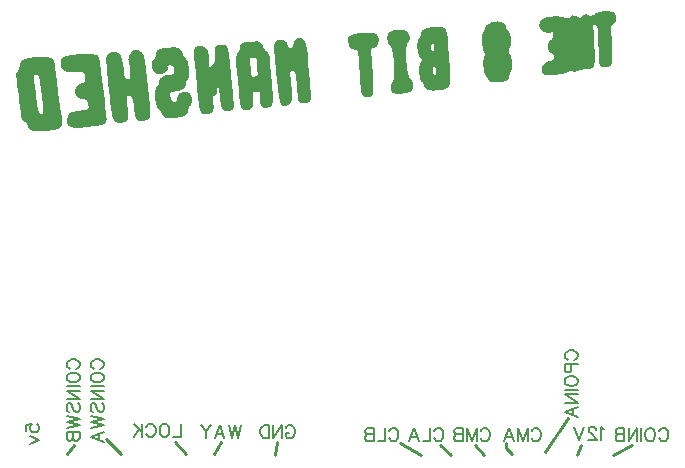
<source format=gbo>
G04 Layer: BottomSilkscreenLayer*
G04 EasyEDA v6.5.22, 2023-01-18 22:18:13*
G04 b90e41fe8b0c41359a3314c958ec5ec0,7be1179030e74d40a97a3c751b95adb4,10*
G04 Gerber Generator version 0.2*
G04 Scale: 100 percent, Rotated: No, Reflected: No *
G04 Dimensions in inches *
G04 leading zeros omitted , absolute positions ,3 integer and 6 decimal *
%FSLAX36Y36*%
%MOIN*%

%ADD10C,0.0060*%
%ADD11C,0.0100*%

%LPD*%
G36*
X2589000Y3340160D02*
G01*
X2582960Y3339980D01*
X2576880Y3339520D01*
X2570940Y3338820D01*
X2565260Y3337840D01*
X2560059Y3336620D01*
X2557680Y3335920D01*
X2555480Y3335160D01*
X2553480Y3334340D01*
X2551700Y3333460D01*
X2550160Y3332540D01*
X2546380Y3329440D01*
X2544180Y3327820D01*
X2542200Y3326640D01*
X2540380Y3325899D01*
X2538640Y3325560D01*
X2536900Y3325620D01*
X2535120Y3326040D01*
X2530600Y3327940D01*
X2528000Y3328800D01*
X2525460Y3329400D01*
X2522980Y3329740D01*
X2520580Y3329840D01*
X2518280Y3329700D01*
X2516060Y3329300D01*
X2513980Y3328660D01*
X2512020Y3327760D01*
X2510220Y3326620D01*
X2508580Y3325260D01*
X2505500Y3321700D01*
X2504080Y3320280D01*
X2502720Y3319380D01*
X2501280Y3318980D01*
X2499600Y3319060D01*
X2497540Y3319600D01*
X2494960Y3320600D01*
X2488540Y3323480D01*
X2485660Y3324640D01*
X2483100Y3325520D01*
X2480760Y3326120D01*
X2478640Y3326440D01*
X2476680Y3326480D01*
X2474820Y3326240D01*
X2473020Y3325720D01*
X2471240Y3324900D01*
X2469420Y3323800D01*
X2467540Y3322400D01*
X2463320Y3318840D01*
X2461440Y3317480D01*
X2459700Y3316600D01*
X2457980Y3316240D01*
X2456060Y3316340D01*
X2453820Y3316900D01*
X2451100Y3317900D01*
X2445940Y3320059D01*
X2444020Y3320680D01*
X2441940Y3321240D01*
X2439720Y3321720D01*
X2434920Y3322480D01*
X2429700Y3322960D01*
X2424200Y3323200D01*
X2418480Y3323180D01*
X2412660Y3322919D01*
X2406820Y3322440D01*
X2401100Y3321740D01*
X2395580Y3320820D01*
X2390340Y3319720D01*
X2385520Y3318440D01*
X2381200Y3316960D01*
X2379260Y3316180D01*
X2377460Y3315340D01*
X2375860Y3314460D01*
X2374440Y3313540D01*
X2373240Y3312600D01*
X2372220Y3311620D01*
X2370780Y3309860D01*
X2369500Y3308080D01*
X2368420Y3306259D01*
X2367480Y3304400D01*
X2366740Y3302540D01*
X2366140Y3300659D01*
X2365700Y3298780D01*
X2365440Y3296900D01*
X2365300Y3295020D01*
X2365340Y3293140D01*
X2365500Y3291300D01*
X2365820Y3289500D01*
X2366260Y3287720D01*
X2366840Y3285980D01*
X2367560Y3284280D01*
X2368400Y3282640D01*
X2369360Y3281080D01*
X2370440Y3279560D01*
X2371620Y3278140D01*
X2372940Y3276780D01*
X2374340Y3275520D01*
X2375860Y3274360D01*
X2377480Y3273279D01*
X2379180Y3272320D01*
X2380980Y3271480D01*
X2382880Y3270760D01*
X2384860Y3270179D01*
X2386920Y3269720D01*
X2389040Y3269400D01*
X2391260Y3269240D01*
X2393540Y3269240D01*
X2395880Y3269380D01*
X2411800Y3270960D01*
X2411800Y3260779D01*
X2411660Y3258200D01*
X2411280Y3255820D01*
X2410620Y3253600D01*
X2409680Y3251540D01*
X2408440Y3249600D01*
X2406900Y3247780D01*
X2405040Y3246040D01*
X2401180Y3243080D01*
X2399640Y3241620D01*
X2398280Y3240020D01*
X2397060Y3238300D01*
X2396000Y3236480D01*
X2395080Y3234580D01*
X2394340Y3232580D01*
X2393740Y3230539D01*
X2393300Y3228440D01*
X2393020Y3226320D01*
X2392880Y3224180D01*
X2392900Y3222020D01*
X2393080Y3219900D01*
X2393400Y3217780D01*
X2393860Y3215720D01*
X2394480Y3213720D01*
X2395260Y3211780D01*
X2396180Y3209940D01*
X2397240Y3208200D01*
X2398460Y3206560D01*
X2399820Y3205059D01*
X2401320Y3203700D01*
X2402960Y3202520D01*
X2407020Y3200260D01*
X2409020Y3198920D01*
X2410760Y3197520D01*
X2412220Y3196040D01*
X2413420Y3194520D01*
X2414360Y3192960D01*
X2415040Y3191380D01*
X2415480Y3189800D01*
X2415640Y3188200D01*
X2415540Y3186640D01*
X2415200Y3185100D01*
X2414620Y3183620D01*
X2413780Y3182180D01*
X2412680Y3180820D01*
X2411360Y3179540D01*
X2409780Y3178360D01*
X2407960Y3177300D01*
X2405920Y3176360D01*
X2403620Y3175560D01*
X2398800Y3174360D01*
X2394500Y3172960D01*
X2392480Y3172120D01*
X2390560Y3171200D01*
X2388720Y3170200D01*
X2385320Y3167980D01*
X2383760Y3166780D01*
X2380920Y3164200D01*
X2379660Y3162840D01*
X2377420Y3160000D01*
X2375600Y3157040D01*
X2374840Y3155520D01*
X2373660Y3152460D01*
X2373220Y3150899D01*
X2372680Y3147840D01*
X2372580Y3146320D01*
X2372600Y3144800D01*
X2372740Y3143320D01*
X2372980Y3141880D01*
X2373360Y3140460D01*
X2373840Y3139080D01*
X2374440Y3137740D01*
X2375180Y3136460D01*
X2376040Y3135220D01*
X2377000Y3134060D01*
X2378120Y3132960D01*
X2379340Y3131920D01*
X2380700Y3130960D01*
X2382200Y3130100D01*
X2383820Y3129300D01*
X2385580Y3128620D01*
X2387460Y3128020D01*
X2389480Y3127520D01*
X2392900Y3127040D01*
X2397120Y3126840D01*
X2402020Y3126880D01*
X2407440Y3127140D01*
X2413260Y3127600D01*
X2419300Y3128240D01*
X2425420Y3129040D01*
X2431480Y3129980D01*
X2437320Y3131040D01*
X2442820Y3132200D01*
X2447800Y3133440D01*
X2452120Y3134720D01*
X2455640Y3136040D01*
X2457060Y3136720D01*
X2460600Y3138840D01*
X2462800Y3139960D01*
X2464860Y3140760D01*
X2466820Y3141259D01*
X2468740Y3141440D01*
X2470660Y3141340D01*
X2472580Y3140940D01*
X2476620Y3139640D01*
X2478760Y3139260D01*
X2481080Y3139140D01*
X2483580Y3139300D01*
X2486300Y3139720D01*
X2489240Y3140419D01*
X2492480Y3141400D01*
X2498040Y3143380D01*
X2502680Y3144760D01*
X2507860Y3146000D01*
X2513260Y3147040D01*
X2518620Y3147840D01*
X2523620Y3148320D01*
X2531400Y3148700D01*
X2534580Y3149080D01*
X2537400Y3149660D01*
X2539860Y3150520D01*
X2540980Y3151060D01*
X2542000Y3151700D01*
X2542960Y3152440D01*
X2543840Y3153279D01*
X2544660Y3154240D01*
X2545400Y3155299D01*
X2546060Y3156500D01*
X2547220Y3159300D01*
X2548120Y3162700D01*
X2548820Y3166740D01*
X2549300Y3171500D01*
X2549620Y3177020D01*
X2549760Y3183380D01*
X2549780Y3190600D01*
X2549440Y3207940D01*
X2548920Y3224480D01*
X2547780Y3251480D01*
X2546640Y3270920D01*
X2546100Y3278000D01*
X2545600Y3282760D01*
X2545060Y3286420D01*
X2544840Y3288880D01*
X2544820Y3290920D01*
X2545020Y3292540D01*
X2545440Y3293759D01*
X2546100Y3294580D01*
X2547000Y3294980D01*
X2548160Y3295020D01*
X2549560Y3294660D01*
X2551240Y3293940D01*
X2553200Y3292860D01*
X2555960Y3291019D01*
X2556900Y3290059D01*
X2557740Y3288780D01*
X2558480Y3287100D01*
X2559120Y3284960D01*
X2559680Y3282240D01*
X2560179Y3278880D01*
X2560600Y3274820D01*
X2560980Y3269940D01*
X2561580Y3257500D01*
X2562060Y3240920D01*
X2562900Y3201900D01*
X2563159Y3194120D01*
X2563500Y3187180D01*
X2563900Y3181060D01*
X2564380Y3175680D01*
X2564980Y3171019D01*
X2565680Y3167040D01*
X2566540Y3163680D01*
X2567540Y3160880D01*
X2568100Y3159700D01*
X2569380Y3157700D01*
X2570080Y3156880D01*
X2570820Y3156180D01*
X2571640Y3155580D01*
X2573420Y3154660D01*
X2574400Y3154340D01*
X2576540Y3153960D01*
X2578920Y3153860D01*
X2581600Y3154000D01*
X2587820Y3154860D01*
X2594140Y3156040D01*
X2596760Y3156760D01*
X2599060Y3157640D01*
X2600100Y3158180D01*
X2601940Y3159480D01*
X2602740Y3160260D01*
X2603480Y3161139D01*
X2604160Y3162120D01*
X2604780Y3163220D01*
X2605340Y3164440D01*
X2605840Y3165800D01*
X2606660Y3168980D01*
X2607280Y3172799D01*
X2607720Y3177340D01*
X2607980Y3182679D01*
X2608100Y3188880D01*
X2607960Y3204200D01*
X2607460Y3223840D01*
X2605419Y3292660D01*
X2614440Y3300020D01*
X2616120Y3301600D01*
X2617600Y3303380D01*
X2618860Y3305320D01*
X2619880Y3307420D01*
X2620700Y3309620D01*
X2621300Y3311940D01*
X2621660Y3314320D01*
X2621820Y3316740D01*
X2621740Y3319200D01*
X2621440Y3321660D01*
X2620940Y3324080D01*
X2620200Y3326460D01*
X2619240Y3328759D01*
X2618039Y3330980D01*
X2616640Y3333060D01*
X2615000Y3335000D01*
X2614000Y3335860D01*
X2612720Y3336640D01*
X2611180Y3337340D01*
X2609400Y3337960D01*
X2607400Y3338500D01*
X2605200Y3338980D01*
X2602820Y3339360D01*
X2597620Y3339900D01*
X2591960Y3340140D01*
G37*
G36*
X2224720Y3306220D02*
G01*
X2219840Y3305940D01*
X2217380Y3305659D01*
X2212500Y3304820D01*
X2207720Y3303660D01*
X2205400Y3302960D01*
X2200920Y3301320D01*
X2196780Y3299380D01*
X2194840Y3298320D01*
X2193020Y3297200D01*
X2191320Y3296000D01*
X2189760Y3294760D01*
X2188340Y3293460D01*
X2187060Y3292100D01*
X2185960Y3290700D01*
X2185020Y3289240D01*
X2184260Y3287740D01*
X2183720Y3286200D01*
X2183360Y3284600D01*
X2183100Y3281220D01*
X2182760Y3279340D01*
X2182220Y3277380D01*
X2181540Y3275400D01*
X2180720Y3273480D01*
X2179780Y3271660D01*
X2178760Y3270000D01*
X2176960Y3267580D01*
X2176340Y3266280D01*
X2175800Y3264720D01*
X2175320Y3262900D01*
X2174920Y3260860D01*
X2174340Y3256220D01*
X2174020Y3250940D01*
X2173960Y3245200D01*
X2174140Y3239200D01*
X2174540Y3233100D01*
X2175180Y3227100D01*
X2176000Y3221360D01*
X2177040Y3216080D01*
X2177620Y3213660D01*
X2178940Y3209380D01*
X2179640Y3207559D01*
X2180400Y3206000D01*
X2181200Y3204700D01*
X2182020Y3203680D01*
X2183420Y3202180D01*
X2184440Y3200779D01*
X2185040Y3199440D01*
X2185240Y3198060D01*
X2185060Y3196520D01*
X2184480Y3194780D01*
X2183500Y3192740D01*
X2182120Y3190299D01*
X2181420Y3188840D01*
X2180780Y3187100D01*
X2180220Y3185100D01*
X2179360Y3180400D01*
X2178800Y3174960D01*
X2178540Y3169020D01*
X2178585Y3162679D01*
X2226620Y3162679D01*
X2226840Y3165100D01*
X2227400Y3167040D01*
X2228080Y3167799D01*
X2228620Y3167020D01*
X2228960Y3164840D01*
X2229040Y3161480D01*
X2228860Y3158240D01*
X2228480Y3156440D01*
X2227920Y3156180D01*
X2227280Y3157600D01*
X2226780Y3160080D01*
X2226620Y3162679D01*
X2178585Y3162679D01*
X2178880Y3156560D01*
X2179440Y3150480D01*
X2180260Y3144840D01*
X2180760Y3142220D01*
X2181320Y3139820D01*
X2181940Y3137620D01*
X2182620Y3135659D01*
X2183340Y3133980D01*
X2184120Y3132600D01*
X2186980Y3129100D01*
X2189040Y3125899D01*
X2190880Y3122380D01*
X2192280Y3118960D01*
X2193140Y3116520D01*
X2194020Y3114340D01*
X2194940Y3112400D01*
X2195940Y3110700D01*
X2197060Y3109220D01*
X2198280Y3107940D01*
X2199680Y3106840D01*
X2201280Y3105940D01*
X2203080Y3105179D01*
X2205140Y3104560D01*
X2207480Y3104100D01*
X2210100Y3103740D01*
X2213080Y3103480D01*
X2220160Y3103240D01*
X2224300Y3103200D01*
X2230280Y3103380D01*
X2235880Y3103920D01*
X2241100Y3104800D01*
X2243560Y3105360D01*
X2248120Y3106700D01*
X2250240Y3107500D01*
X2252220Y3108360D01*
X2254080Y3109300D01*
X2255820Y3110299D01*
X2257440Y3111360D01*
X2258900Y3112500D01*
X2260240Y3113680D01*
X2261420Y3114940D01*
X2262460Y3116259D01*
X2263360Y3117620D01*
X2264100Y3119060D01*
X2264680Y3120520D01*
X2265100Y3122060D01*
X2265360Y3123639D01*
X2265560Y3126780D01*
X2265880Y3128580D01*
X2266400Y3130580D01*
X2267080Y3132740D01*
X2268860Y3137200D01*
X2269920Y3139380D01*
X2271860Y3143039D01*
X2272560Y3144880D01*
X2273180Y3146920D01*
X2273680Y3149160D01*
X2274100Y3151560D01*
X2274420Y3154120D01*
X2274780Y3159560D01*
X2274780Y3165299D01*
X2274440Y3171180D01*
X2274160Y3174100D01*
X2273340Y3179800D01*
X2272220Y3185160D01*
X2270800Y3189980D01*
X2270000Y3192160D01*
X2269120Y3194120D01*
X2268200Y3195860D01*
X2267200Y3197360D01*
X2264480Y3200400D01*
X2263300Y3202080D01*
X2262620Y3203820D01*
X2262440Y3205800D01*
X2262780Y3208220D01*
X2263620Y3211220D01*
X2265000Y3215040D01*
X2267800Y3222180D01*
X2269280Y3227080D01*
X2269860Y3229620D01*
X2270340Y3232180D01*
X2270720Y3234780D01*
X2271200Y3240040D01*
X2271260Y3245280D01*
X2271160Y3247900D01*
X2270960Y3250480D01*
X2270660Y3253020D01*
X2269780Y3257980D01*
X2268540Y3262679D01*
X2267780Y3264920D01*
X2266940Y3267060D01*
X2266020Y3269100D01*
X2265000Y3271019D01*
X2263880Y3272840D01*
X2262700Y3274540D01*
X2258820Y3279380D01*
X2256700Y3282820D01*
X2255260Y3285960D01*
X2254260Y3290760D01*
X2253000Y3293540D01*
X2251120Y3296420D01*
X2248820Y3299040D01*
X2247400Y3300280D01*
X2245840Y3301400D01*
X2244160Y3302400D01*
X2242340Y3303260D01*
X2240420Y3304020D01*
X2238400Y3304660D01*
X2236280Y3305200D01*
X2231820Y3305920D01*
X2229500Y3306120D01*
X2227140Y3306220D01*
G37*
G36*
X2033360Y3288820D02*
G01*
X2027560Y3288639D01*
X2020280Y3288200D01*
X2012020Y3287580D01*
X2004740Y3286800D01*
X1998260Y3285840D01*
X1992540Y3284680D01*
X1989960Y3284020D01*
X1987560Y3283300D01*
X1985320Y3282500D01*
X1983260Y3281660D01*
X1981360Y3280740D01*
X1979620Y3279760D01*
X1978040Y3278720D01*
X1976600Y3277600D01*
X1975320Y3276400D01*
X1974160Y3275120D01*
X1973160Y3273759D01*
X1972300Y3272340D01*
X1971540Y3270820D01*
X1970940Y3269220D01*
X1970440Y3267520D01*
X1970060Y3265740D01*
X1969440Y3261680D01*
X1968899Y3259440D01*
X1968180Y3257220D01*
X1967340Y3255080D01*
X1966360Y3253100D01*
X1965320Y3251300D01*
X1964199Y3249760D01*
X1962160Y3247580D01*
X1961380Y3246300D01*
X1960680Y3244760D01*
X1960100Y3242960D01*
X1959600Y3240940D01*
X1959180Y3238720D01*
X1958640Y3233759D01*
X1958440Y3228260D01*
X1958580Y3222400D01*
X1958738Y3219740D01*
X2004860Y3219740D01*
X2004920Y3222900D01*
X2005140Y3225560D01*
X2005520Y3227740D01*
X2006080Y3229460D01*
X2006819Y3230760D01*
X2007740Y3231660D01*
X2008860Y3232180D01*
X2010200Y3232360D01*
X2011540Y3232180D01*
X2012680Y3231660D01*
X2013600Y3230760D01*
X2014340Y3229460D01*
X2014880Y3227740D01*
X2015260Y3225560D01*
X2015500Y3222900D01*
X2015560Y3219740D01*
X2015500Y3216600D01*
X2015260Y3213940D01*
X2014880Y3211760D01*
X2014340Y3210040D01*
X2013600Y3208740D01*
X2012680Y3207840D01*
X2011540Y3207320D01*
X2010200Y3207160D01*
X2008860Y3207320D01*
X2007740Y3207840D01*
X2006819Y3208740D01*
X2006080Y3210040D01*
X2005520Y3211760D01*
X2005140Y3213940D01*
X2004920Y3216600D01*
X2004860Y3219740D01*
X1958738Y3219740D01*
X1959000Y3216360D01*
X1959740Y3210340D01*
X1960740Y3204500D01*
X1962000Y3199020D01*
X1962720Y3196480D01*
X1964319Y3191900D01*
X1965200Y3189900D01*
X1966140Y3188140D01*
X1967140Y3186640D01*
X1968160Y3185380D01*
X1969240Y3184440D01*
X1971699Y3182660D01*
X1973460Y3181200D01*
X1974520Y3179920D01*
X1974900Y3178639D01*
X1974620Y3177200D01*
X1973640Y3175440D01*
X1972000Y3173180D01*
X1969720Y3170280D01*
X1968779Y3168900D01*
X1967940Y3167280D01*
X1967180Y3165440D01*
X1966500Y3163380D01*
X1965920Y3161120D01*
X1965020Y3156139D01*
X1964460Y3150640D01*
X1964226Y3145779D01*
X2009840Y3145779D01*
X2009900Y3148159D01*
X2010160Y3150280D01*
X2010680Y3152000D01*
X2011579Y3153780D01*
X2012460Y3155120D01*
X2013360Y3156040D01*
X2014240Y3156500D01*
X2015120Y3156540D01*
X2015980Y3156160D01*
X2016819Y3155360D01*
X2017620Y3154140D01*
X2018360Y3152520D01*
X2019079Y3150480D01*
X2019720Y3148060D01*
X2020320Y3145240D01*
X2020960Y3141160D01*
X2021260Y3137679D01*
X2021220Y3134780D01*
X2020840Y3132440D01*
X2020120Y3130659D01*
X2019040Y3129400D01*
X2017600Y3128639D01*
X2015800Y3128399D01*
X2014820Y3128759D01*
X2013880Y3129740D01*
X2012980Y3131240D01*
X2012160Y3133180D01*
X2011420Y3135460D01*
X2010800Y3137960D01*
X2010320Y3140580D01*
X2009980Y3143220D01*
X2009840Y3145779D01*
X1964226Y3145779D01*
X1964199Y3141800D01*
X1964420Y3135760D01*
X1964940Y3129800D01*
X1965740Y3124080D01*
X1966240Y3121360D01*
X1967460Y3116300D01*
X1968160Y3114020D01*
X1968940Y3111920D01*
X1969760Y3110020D01*
X1970660Y3108360D01*
X1971620Y3106920D01*
X1972620Y3105779D01*
X1976100Y3102960D01*
X1978060Y3100539D01*
X1979379Y3098000D01*
X1979860Y3095620D01*
X1979960Y3093960D01*
X1980200Y3092360D01*
X1980640Y3090820D01*
X1981220Y3089340D01*
X1981960Y3087919D01*
X1982840Y3086580D01*
X1983880Y3085299D01*
X1985080Y3084100D01*
X1986399Y3082980D01*
X1987860Y3081940D01*
X1989460Y3080960D01*
X1991180Y3080080D01*
X1993020Y3079280D01*
X1994980Y3078560D01*
X1997060Y3077919D01*
X1999240Y3077380D01*
X2003920Y3076580D01*
X2006420Y3076300D01*
X2009000Y3076139D01*
X2014440Y3076100D01*
X2020200Y3076480D01*
X2030420Y3077559D01*
X2039160Y3078680D01*
X2043020Y3079320D01*
X2046560Y3080040D01*
X2049780Y3080880D01*
X2052700Y3081840D01*
X2055320Y3082980D01*
X2057660Y3084280D01*
X2059740Y3085800D01*
X2061560Y3087540D01*
X2063140Y3089540D01*
X2064480Y3091820D01*
X2065620Y3094400D01*
X2066540Y3097300D01*
X2067280Y3100539D01*
X2067820Y3104160D01*
X2068200Y3108180D01*
X2068420Y3112620D01*
X2068500Y3117500D01*
X2068440Y3122840D01*
X2067980Y3135040D01*
X2067120Y3149400D01*
X2064259Y3190860D01*
X2061480Y3228840D01*
X2060340Y3242799D01*
X2059280Y3253920D01*
X2058260Y3262580D01*
X2057240Y3269120D01*
X2056720Y3271740D01*
X2055600Y3275860D01*
X2054980Y3277460D01*
X2054340Y3278820D01*
X2053640Y3279980D01*
X2052900Y3281000D01*
X2050760Y3283200D01*
X2047980Y3285480D01*
X2045640Y3286900D01*
X2044379Y3287440D01*
X2043020Y3287900D01*
X2041500Y3288260D01*
X2039820Y3288519D01*
X2035780Y3288800D01*
G37*
G36*
X1898440Y3278900D02*
G01*
X1893040Y3278759D01*
X1890360Y3278560D01*
X1885080Y3277880D01*
X1880000Y3276860D01*
X1877580Y3276220D01*
X1873060Y3274680D01*
X1870980Y3273780D01*
X1869040Y3272820D01*
X1867260Y3271760D01*
X1865680Y3270640D01*
X1864259Y3269420D01*
X1863060Y3268140D01*
X1861940Y3266620D01*
X1860980Y3264920D01*
X1860160Y3263080D01*
X1859500Y3261100D01*
X1858980Y3259000D01*
X1858580Y3256820D01*
X1858340Y3254560D01*
X1858240Y3252260D01*
X1858260Y3249940D01*
X1858420Y3247600D01*
X1858720Y3245260D01*
X1859139Y3242960D01*
X1859680Y3240720D01*
X1860360Y3238560D01*
X1861140Y3236480D01*
X1862060Y3234540D01*
X1863100Y3232700D01*
X1864259Y3231040D01*
X1865520Y3229560D01*
X1867660Y3227540D01*
X1869100Y3225580D01*
X1870500Y3222900D01*
X1871840Y3219620D01*
X1873100Y3215760D01*
X1874319Y3211400D01*
X1875440Y3206600D01*
X1876500Y3201380D01*
X1877460Y3195860D01*
X1878360Y3190040D01*
X1879840Y3177860D01*
X1880440Y3171580D01*
X1880940Y3165280D01*
X1881320Y3158980D01*
X1881740Y3146700D01*
X1881759Y3140840D01*
X1881660Y3135220D01*
X1881420Y3129920D01*
X1881060Y3125000D01*
X1880540Y3120500D01*
X1879880Y3116500D01*
X1879079Y3113060D01*
X1878100Y3110220D01*
X1877560Y3109040D01*
X1876980Y3108039D01*
X1874940Y3105419D01*
X1873720Y3103380D01*
X1872720Y3101139D01*
X1871879Y3098759D01*
X1871260Y3096259D01*
X1870820Y3093639D01*
X1870580Y3090980D01*
X1870520Y3088279D01*
X1870660Y3085580D01*
X1871000Y3082919D01*
X1871519Y3080340D01*
X1872240Y3077840D01*
X1873140Y3075460D01*
X1874220Y3073260D01*
X1875500Y3071240D01*
X1876980Y3069460D01*
X1877800Y3068759D01*
X1878899Y3068140D01*
X1880240Y3067600D01*
X1881819Y3067120D01*
X1883580Y3066700D01*
X1887700Y3066080D01*
X1892400Y3065720D01*
X1897540Y3065620D01*
X1902980Y3065760D01*
X1908540Y3066120D01*
X1914079Y3066700D01*
X1919440Y3067480D01*
X1924460Y3068460D01*
X1929000Y3069640D01*
X1932880Y3071000D01*
X1934520Y3071740D01*
X1935940Y3072540D01*
X1937120Y3073360D01*
X1938660Y3074760D01*
X1940020Y3076400D01*
X1941200Y3078240D01*
X1942200Y3080240D01*
X1943040Y3082380D01*
X1943720Y3084660D01*
X1944220Y3087020D01*
X1944540Y3089440D01*
X1944700Y3091920D01*
X1944700Y3094400D01*
X1944520Y3096900D01*
X1944180Y3099340D01*
X1943680Y3101740D01*
X1943000Y3104060D01*
X1942180Y3106259D01*
X1941180Y3108320D01*
X1940020Y3110240D01*
X1938700Y3111960D01*
X1937240Y3113480D01*
X1934860Y3115360D01*
X1934139Y3116139D01*
X1933420Y3117120D01*
X1932040Y3119600D01*
X1930720Y3122720D01*
X1929460Y3126440D01*
X1928260Y3130680D01*
X1927140Y3135380D01*
X1926100Y3140500D01*
X1925140Y3145960D01*
X1924259Y3151720D01*
X1923480Y3157700D01*
X1922780Y3163860D01*
X1922200Y3170100D01*
X1921339Y3182700D01*
X1921080Y3188920D01*
X1920940Y3195000D01*
X1920920Y3200899D01*
X1921020Y3206540D01*
X1921260Y3211860D01*
X1921639Y3216820D01*
X1922160Y3221340D01*
X1922840Y3225360D01*
X1923640Y3228840D01*
X1924620Y3231700D01*
X1925160Y3232880D01*
X1925760Y3233880D01*
X1927800Y3236420D01*
X1929040Y3238200D01*
X1930140Y3240040D01*
X1931080Y3241940D01*
X1931840Y3243880D01*
X1932460Y3245840D01*
X1932920Y3247840D01*
X1933220Y3249840D01*
X1933360Y3251860D01*
X1933360Y3253860D01*
X1933180Y3255860D01*
X1932860Y3257840D01*
X1932380Y3259800D01*
X1931740Y3261720D01*
X1930960Y3263580D01*
X1930020Y3265380D01*
X1928920Y3267120D01*
X1927660Y3268800D01*
X1926260Y3270380D01*
X1924700Y3271860D01*
X1923260Y3273000D01*
X1921639Y3274020D01*
X1919860Y3274940D01*
X1917900Y3275779D01*
X1915800Y3276500D01*
X1913580Y3277120D01*
X1911260Y3277660D01*
X1908820Y3278100D01*
X1906300Y3278440D01*
X1901100Y3278840D01*
G37*
G36*
X1806579Y3269500D02*
G01*
X1800460Y3269400D01*
X1792520Y3269020D01*
X1774060Y3267740D01*
X1766500Y3267020D01*
X1759700Y3266200D01*
X1753640Y3265260D01*
X1748280Y3264200D01*
X1743600Y3262980D01*
X1739580Y3261620D01*
X1737800Y3260860D01*
X1736180Y3260059D01*
X1734700Y3259220D01*
X1733380Y3258340D01*
X1732180Y3257400D01*
X1731140Y3256400D01*
X1730240Y3255360D01*
X1729460Y3254260D01*
X1728800Y3253100D01*
X1728280Y3251880D01*
X1727880Y3250600D01*
X1727600Y3249260D01*
X1727440Y3247840D01*
X1727380Y3246380D01*
X1727600Y3243220D01*
X1728220Y3239780D01*
X1729980Y3232220D01*
X1731480Y3226500D01*
X1732200Y3224220D01*
X1732940Y3222280D01*
X1733740Y3220659D01*
X1734600Y3219280D01*
X1735580Y3218140D01*
X1736699Y3217160D01*
X1737980Y3216340D01*
X1739460Y3215640D01*
X1741160Y3214980D01*
X1745340Y3213740D01*
X1762120Y3209300D01*
X1763020Y3177919D01*
X1763440Y3167460D01*
X1763839Y3160740D01*
X1764240Y3156800D01*
X1765920Y3135940D01*
X1768480Y3102020D01*
X1769740Y3086560D01*
X1770320Y3080659D01*
X1770900Y3075840D01*
X1771519Y3071920D01*
X1772200Y3068800D01*
X1772960Y3066320D01*
X1773839Y3064380D01*
X1774860Y3062799D01*
X1776080Y3061480D01*
X1777480Y3060280D01*
X1782140Y3057080D01*
X1784280Y3056019D01*
X1786500Y3055240D01*
X1788760Y3054720D01*
X1791080Y3054480D01*
X1793440Y3054500D01*
X1795820Y3054780D01*
X1798240Y3055340D01*
X1800700Y3056160D01*
X1803160Y3057240D01*
X1805620Y3058600D01*
X1808380Y3060460D01*
X1808920Y3061080D01*
X1809400Y3061920D01*
X1809840Y3062980D01*
X1810560Y3065899D01*
X1810860Y3067780D01*
X1811279Y3072440D01*
X1811500Y3078420D01*
X1811519Y3085820D01*
X1811339Y3094780D01*
X1810960Y3105440D01*
X1809560Y3132260D01*
X1807300Y3167300D01*
X1805900Y3187600D01*
X1805420Y3195960D01*
X1805180Y3202660D01*
X1805180Y3207820D01*
X1805280Y3209880D01*
X1805700Y3213060D01*
X1806000Y3214220D01*
X1806380Y3215140D01*
X1806840Y3215800D01*
X1807360Y3216259D01*
X1807960Y3216520D01*
X1810660Y3216720D01*
X1812600Y3217100D01*
X1814460Y3217700D01*
X1816220Y3218519D01*
X1817920Y3219540D01*
X1819520Y3220760D01*
X1821020Y3222140D01*
X1822420Y3223660D01*
X1823720Y3225340D01*
X1824900Y3227140D01*
X1825960Y3229060D01*
X1826920Y3231060D01*
X1827760Y3233159D01*
X1828460Y3235299D01*
X1829040Y3237520D01*
X1829480Y3239760D01*
X1829760Y3242020D01*
X1829920Y3244300D01*
X1829920Y3246560D01*
X1829780Y3248800D01*
X1829480Y3251000D01*
X1829000Y3253140D01*
X1828380Y3255220D01*
X1827560Y3257220D01*
X1826579Y3259120D01*
X1825420Y3260899D01*
X1824079Y3262559D01*
X1822560Y3264060D01*
X1820120Y3266060D01*
X1818899Y3266880D01*
X1817660Y3267559D01*
X1816300Y3268140D01*
X1814820Y3268600D01*
X1813160Y3268980D01*
X1811260Y3269240D01*
G37*
G36*
X1564259Y3251120D02*
G01*
X1562200Y3250940D01*
X1560220Y3250520D01*
X1558320Y3249900D01*
X1556500Y3249040D01*
X1554780Y3247980D01*
X1553180Y3246700D01*
X1551680Y3245200D01*
X1550300Y3243519D01*
X1549079Y3241640D01*
X1547980Y3239560D01*
X1547060Y3237280D01*
X1546300Y3234820D01*
X1545180Y3229620D01*
X1543959Y3224900D01*
X1543280Y3222860D01*
X1542580Y3221100D01*
X1541900Y3219680D01*
X1541260Y3218660D01*
X1540640Y3218100D01*
X1538620Y3217420D01*
X1536339Y3217380D01*
X1533980Y3217880D01*
X1531720Y3218860D01*
X1529680Y3220200D01*
X1528020Y3221840D01*
X1526920Y3223700D01*
X1526519Y3225680D01*
X1526399Y3227620D01*
X1526040Y3229500D01*
X1525460Y3231320D01*
X1524680Y3233060D01*
X1523700Y3234740D01*
X1522520Y3236340D01*
X1521200Y3237820D01*
X1519700Y3239200D01*
X1518060Y3240460D01*
X1516300Y3241580D01*
X1514420Y3242559D01*
X1512420Y3243399D01*
X1510340Y3244060D01*
X1508180Y3244540D01*
X1505940Y3244840D01*
X1503660Y3244940D01*
X1500940Y3244880D01*
X1498420Y3244700D01*
X1496080Y3244380D01*
X1493940Y3243920D01*
X1491960Y3243300D01*
X1490180Y3242559D01*
X1488560Y3241640D01*
X1487120Y3240560D01*
X1485840Y3239320D01*
X1484720Y3237919D01*
X1483760Y3236320D01*
X1482960Y3234540D01*
X1482320Y3232580D01*
X1481800Y3230419D01*
X1481440Y3228039D01*
X1481220Y3225480D01*
X1481120Y3222679D01*
X1481160Y3219680D01*
X1481620Y3212980D01*
X1491579Y3106940D01*
X1493280Y3090340D01*
X1494900Y3076060D01*
X1496459Y3063940D01*
X1498020Y3053800D01*
X1499620Y3045500D01*
X1500460Y3041980D01*
X1501320Y3038860D01*
X1502220Y3036120D01*
X1503140Y3033740D01*
X1504120Y3031680D01*
X1505140Y3029940D01*
X1506220Y3028500D01*
X1507360Y3027320D01*
X1508580Y3026420D01*
X1509860Y3025740D01*
X1511220Y3025260D01*
X1512660Y3024980D01*
X1514199Y3024880D01*
X1515820Y3024940D01*
X1517540Y3025120D01*
X1522340Y3026019D01*
X1525000Y3026700D01*
X1527420Y3027580D01*
X1529620Y3028660D01*
X1531620Y3029980D01*
X1533420Y3031560D01*
X1535000Y3033420D01*
X1536360Y3035600D01*
X1537540Y3038120D01*
X1538520Y3041000D01*
X1539319Y3044280D01*
X1539900Y3047960D01*
X1540320Y3052100D01*
X1540540Y3056720D01*
X1540600Y3061820D01*
X1540460Y3067440D01*
X1540160Y3073620D01*
X1539700Y3080380D01*
X1538260Y3095740D01*
X1536180Y3113720D01*
X1534280Y3128800D01*
X1533959Y3132640D01*
X1533980Y3135480D01*
X1534420Y3137460D01*
X1535360Y3138740D01*
X1536879Y3139520D01*
X1539040Y3139960D01*
X1543220Y3140320D01*
X1545560Y3140280D01*
X1546600Y3140120D01*
X1547540Y3139860D01*
X1548420Y3139480D01*
X1549220Y3138940D01*
X1549960Y3138240D01*
X1550640Y3137360D01*
X1551260Y3136280D01*
X1551840Y3135000D01*
X1552360Y3133460D01*
X1553300Y3129640D01*
X1554139Y3124680D01*
X1554900Y3118440D01*
X1556380Y3101540D01*
X1558100Y3078240D01*
X1559520Y3060320D01*
X1560160Y3054220D01*
X1560780Y3049600D01*
X1561480Y3046180D01*
X1561840Y3044840D01*
X1562700Y3042679D01*
X1563740Y3041000D01*
X1565720Y3038700D01*
X1567060Y3037520D01*
X1568700Y3036500D01*
X1570560Y3035680D01*
X1572620Y3035000D01*
X1574860Y3034520D01*
X1577220Y3034180D01*
X1579660Y3034040D01*
X1582160Y3034040D01*
X1584660Y3034220D01*
X1587160Y3034560D01*
X1589580Y3035059D01*
X1591900Y3035720D01*
X1594079Y3036540D01*
X1596080Y3037520D01*
X1597880Y3038639D01*
X1599420Y3039940D01*
X1601020Y3041700D01*
X1602300Y3043580D01*
X1603240Y3045620D01*
X1603899Y3047919D01*
X1604259Y3050560D01*
X1604340Y3053600D01*
X1604180Y3057120D01*
X1602640Y3071700D01*
X1601160Y3087679D01*
X1599460Y3108639D01*
X1595080Y3168480D01*
X1593760Y3184240D01*
X1592420Y3197900D01*
X1591040Y3209540D01*
X1589560Y3219340D01*
X1588000Y3227420D01*
X1587160Y3230860D01*
X1586300Y3233920D01*
X1585400Y3236620D01*
X1584440Y3238980D01*
X1583460Y3241000D01*
X1582420Y3242700D01*
X1581339Y3244120D01*
X1579620Y3245740D01*
X1577380Y3247240D01*
X1575140Y3248500D01*
X1572920Y3249520D01*
X1570700Y3250280D01*
X1568520Y3250800D01*
X1566360Y3251080D01*
G37*
G36*
X1419000Y3240220D02*
G01*
X1413360Y3239420D01*
X1408460Y3239020D01*
X1402420Y3238740D01*
X1393100Y3238580D01*
X1390420Y3238399D01*
X1387840Y3238100D01*
X1385420Y3237700D01*
X1383120Y3237160D01*
X1380940Y3236520D01*
X1378920Y3235760D01*
X1377040Y3234880D01*
X1375280Y3233900D01*
X1373680Y3232799D01*
X1372220Y3231600D01*
X1370920Y3230299D01*
X1369740Y3228880D01*
X1368740Y3227380D01*
X1367860Y3225760D01*
X1367160Y3224040D01*
X1366600Y3222220D01*
X1366200Y3220299D01*
X1365960Y3218279D01*
X1365760Y3214020D01*
X1365420Y3211920D01*
X1364880Y3209880D01*
X1364139Y3207960D01*
X1363260Y3206200D01*
X1362220Y3204640D01*
X1361060Y3203340D01*
X1359060Y3201760D01*
X1358380Y3201019D01*
X1357760Y3200120D01*
X1357180Y3199040D01*
X1356660Y3197799D01*
X1355780Y3194880D01*
X1355100Y3191360D01*
X1354640Y3187260D01*
X1354366Y3181780D01*
X1399060Y3181780D01*
X1399400Y3183020D01*
X1400260Y3183920D01*
X1401699Y3184520D01*
X1403820Y3184880D01*
X1406699Y3185059D01*
X1413280Y3185100D01*
X1415660Y3185020D01*
X1417620Y3184860D01*
X1419199Y3184560D01*
X1420440Y3184080D01*
X1421360Y3183360D01*
X1422040Y3182360D01*
X1422500Y3181060D01*
X1422780Y3179380D01*
X1422940Y3177300D01*
X1423120Y3167580D01*
X1423340Y3162720D01*
X1424160Y3152040D01*
X1425280Y3141960D01*
X1426140Y3135240D01*
X1426339Y3132700D01*
X1426399Y3130600D01*
X1426240Y3128900D01*
X1425880Y3127559D01*
X1425300Y3126500D01*
X1424440Y3125659D01*
X1423300Y3125000D01*
X1421840Y3124440D01*
X1417960Y3123460D01*
X1413839Y3122580D01*
X1412180Y3122320D01*
X1410740Y3122220D01*
X1409520Y3122320D01*
X1408480Y3122660D01*
X1407600Y3123279D01*
X1406879Y3124200D01*
X1406260Y3125480D01*
X1405740Y3127160D01*
X1405300Y3129260D01*
X1404520Y3134880D01*
X1403060Y3150680D01*
X1401740Y3163260D01*
X1400400Y3173420D01*
X1399820Y3176840D01*
X1399160Y3180120D01*
X1399060Y3181780D01*
X1354366Y3181780D01*
X1354340Y3177500D01*
X1354520Y3171900D01*
X1354900Y3165820D01*
X1355520Y3159340D01*
X1357200Y3145920D01*
X1358100Y3137000D01*
X1360040Y3114940D01*
X1363839Y3068039D01*
X1365320Y3052260D01*
X1366060Y3045600D01*
X1366840Y3039740D01*
X1367660Y3034580D01*
X1368540Y3030100D01*
X1369520Y3026240D01*
X1370580Y3022960D01*
X1371759Y3020220D01*
X1373080Y3017960D01*
X1373800Y3017000D01*
X1375360Y3015400D01*
X1377080Y3014160D01*
X1379019Y3013240D01*
X1381160Y3012600D01*
X1383520Y3012180D01*
X1386140Y3011960D01*
X1389019Y3011860D01*
X1393020Y3011920D01*
X1395320Y3012140D01*
X1397440Y3012480D01*
X1399400Y3012980D01*
X1401200Y3013639D01*
X1402860Y3014480D01*
X1404340Y3015460D01*
X1405700Y3016640D01*
X1406900Y3018000D01*
X1407980Y3019540D01*
X1408920Y3021300D01*
X1409720Y3023240D01*
X1410400Y3025400D01*
X1410960Y3027780D01*
X1411399Y3030380D01*
X1411720Y3033200D01*
X1412040Y3039580D01*
X1411940Y3046940D01*
X1411100Y3070020D01*
X1433700Y3071640D01*
X1433700Y3051900D01*
X1433760Y3048740D01*
X1433920Y3045720D01*
X1434180Y3042840D01*
X1434540Y3040120D01*
X1435000Y3037540D01*
X1435560Y3035120D01*
X1436220Y3032840D01*
X1436960Y3030720D01*
X1437800Y3028759D01*
X1438740Y3026940D01*
X1439760Y3025299D01*
X1440860Y3023800D01*
X1442040Y3022480D01*
X1443320Y3021320D01*
X1444660Y3020320D01*
X1446100Y3019480D01*
X1447600Y3018820D01*
X1449180Y3018320D01*
X1450820Y3018000D01*
X1452540Y3017840D01*
X1454340Y3017880D01*
X1456180Y3018080D01*
X1458100Y3018460D01*
X1460080Y3019000D01*
X1462140Y3019740D01*
X1464240Y3020659D01*
X1466399Y3021780D01*
X1469259Y3023500D01*
X1470480Y3024440D01*
X1471579Y3025560D01*
X1472580Y3026860D01*
X1473440Y3028380D01*
X1474220Y3030179D01*
X1474860Y3032260D01*
X1475400Y3034660D01*
X1475820Y3037440D01*
X1476140Y3040600D01*
X1476360Y3044180D01*
X1476459Y3048220D01*
X1476399Y3055220D01*
X1475980Y3066480D01*
X1475120Y3080179D01*
X1473860Y3096580D01*
X1468040Y3162940D01*
X1466380Y3183480D01*
X1465940Y3190760D01*
X1465740Y3192360D01*
X1465240Y3194140D01*
X1464460Y3196040D01*
X1463440Y3198000D01*
X1462200Y3199960D01*
X1460800Y3201860D01*
X1459240Y3203660D01*
X1455820Y3206960D01*
X1453980Y3209040D01*
X1452100Y3211400D01*
X1450240Y3213960D01*
X1448440Y3216660D01*
X1446800Y3219400D01*
X1445340Y3222100D01*
X1442740Y3227580D01*
X1441260Y3230140D01*
X1439680Y3232400D01*
X1437980Y3234340D01*
X1436160Y3235980D01*
X1434240Y3237300D01*
X1432200Y3238300D01*
X1430040Y3239000D01*
X1426240Y3239740D01*
X1422400Y3240160D01*
G37*
G36*
X1305560Y3229200D02*
G01*
X1300140Y3229040D01*
X1297800Y3228800D01*
X1295660Y3228460D01*
X1293740Y3227980D01*
X1292020Y3227380D01*
X1290480Y3226600D01*
X1289139Y3225680D01*
X1287980Y3224560D01*
X1287000Y3223260D01*
X1286160Y3221760D01*
X1285500Y3220040D01*
X1284960Y3218100D01*
X1284560Y3215899D01*
X1284300Y3213460D01*
X1284160Y3210740D01*
X1284120Y3207740D01*
X1284360Y3200860D01*
X1284920Y3192380D01*
X1285200Y3184880D01*
X1285180Y3181860D01*
X1285000Y3179240D01*
X1284700Y3176960D01*
X1284240Y3174960D01*
X1283620Y3173180D01*
X1282820Y3171580D01*
X1281819Y3170080D01*
X1280640Y3168639D01*
X1277800Y3165600D01*
X1276320Y3163700D01*
X1274880Y3161560D01*
X1273500Y3159260D01*
X1272220Y3156880D01*
X1271100Y3154460D01*
X1270160Y3152120D01*
X1267900Y3144560D01*
X1267540Y3143720D01*
X1267220Y3143360D01*
X1266960Y3143500D01*
X1266740Y3144180D01*
X1266360Y3147160D01*
X1265240Y3165740D01*
X1264780Y3171060D01*
X1264340Y3174680D01*
X1263960Y3176600D01*
X1263580Y3180040D01*
X1263200Y3185059D01*
X1262680Y3196880D01*
X1262440Y3199420D01*
X1262080Y3201840D01*
X1261620Y3204120D01*
X1261060Y3206300D01*
X1260380Y3208340D01*
X1259600Y3210260D01*
X1258680Y3212060D01*
X1257680Y3213740D01*
X1256540Y3215320D01*
X1255280Y3216760D01*
X1253920Y3218100D01*
X1252440Y3219320D01*
X1250840Y3220419D01*
X1249100Y3221420D01*
X1247260Y3222320D01*
X1245300Y3223100D01*
X1243200Y3223759D01*
X1240980Y3224340D01*
X1238640Y3224800D01*
X1236040Y3225140D01*
X1233580Y3225299D01*
X1231240Y3225260D01*
X1229020Y3225020D01*
X1226940Y3224600D01*
X1224980Y3224000D01*
X1223180Y3223200D01*
X1221500Y3222240D01*
X1219980Y3221100D01*
X1218620Y3219800D01*
X1217400Y3218320D01*
X1216340Y3216700D01*
X1215440Y3214900D01*
X1214700Y3212960D01*
X1214120Y3210860D01*
X1213720Y3208620D01*
X1213480Y3206220D01*
X1213440Y3203700D01*
X1213560Y3201019D01*
X1215200Y3186800D01*
X1217260Y3165860D01*
X1223360Y3095179D01*
X1225020Y3077400D01*
X1226600Y3061840D01*
X1228160Y3048320D01*
X1229720Y3036740D01*
X1231340Y3026960D01*
X1232180Y3022700D01*
X1233040Y3018840D01*
X1233920Y3015360D01*
X1234860Y3012240D01*
X1235820Y3009480D01*
X1236840Y3007040D01*
X1237900Y3004920D01*
X1239020Y3003080D01*
X1240180Y3001540D01*
X1241420Y3000240D01*
X1242720Y2999200D01*
X1244100Y2998399D01*
X1245560Y2997799D01*
X1247080Y2997400D01*
X1248700Y2997160D01*
X1250420Y2997100D01*
X1252220Y2997180D01*
X1256140Y2997720D01*
X1261100Y2998759D01*
X1263700Y2999440D01*
X1266060Y3000160D01*
X1268200Y3000940D01*
X1270120Y3001800D01*
X1271840Y3002740D01*
X1273360Y3003800D01*
X1274700Y3004980D01*
X1275840Y3006300D01*
X1276820Y3007740D01*
X1277620Y3009360D01*
X1278260Y3011139D01*
X1278760Y3013120D01*
X1279120Y3015299D01*
X1279340Y3017679D01*
X1279420Y3020299D01*
X1279400Y3023140D01*
X1279000Y3029620D01*
X1277800Y3042420D01*
X1277580Y3046000D01*
X1277500Y3049000D01*
X1277600Y3051520D01*
X1277880Y3053620D01*
X1278360Y3055400D01*
X1279040Y3056920D01*
X1279960Y3058240D01*
X1281120Y3059480D01*
X1282520Y3060680D01*
X1286200Y3063500D01*
X1287840Y3065160D01*
X1289180Y3066940D01*
X1290220Y3068880D01*
X1290960Y3071019D01*
X1291440Y3073380D01*
X1291660Y3076019D01*
X1291500Y3085779D01*
X1291620Y3089040D01*
X1291879Y3091320D01*
X1292260Y3092660D01*
X1292520Y3093000D01*
X1292780Y3093120D01*
X1293060Y3093039D01*
X1293380Y3092740D01*
X1294060Y3091560D01*
X1294800Y3089620D01*
X1295600Y3086980D01*
X1296420Y3083660D01*
X1298080Y3075200D01*
X1298880Y3070140D01*
X1299640Y3064600D01*
X1302120Y3042500D01*
X1303140Y3035160D01*
X1304280Y3028759D01*
X1304880Y3025920D01*
X1306220Y3020899D01*
X1306940Y3018700D01*
X1307720Y3016700D01*
X1308560Y3014900D01*
X1309440Y3013300D01*
X1310380Y3011860D01*
X1311380Y3010620D01*
X1312460Y3009540D01*
X1313600Y3008620D01*
X1314820Y3007880D01*
X1316120Y3007260D01*
X1317500Y3006800D01*
X1318959Y3006480D01*
X1320520Y3006280D01*
X1322160Y3006220D01*
X1323920Y3006259D01*
X1327720Y3006700D01*
X1329800Y3007060D01*
X1332380Y3007640D01*
X1334740Y3008360D01*
X1336879Y3009200D01*
X1338779Y3010179D01*
X1340480Y3011320D01*
X1341980Y3012620D01*
X1343260Y3014080D01*
X1344360Y3015720D01*
X1345260Y3017559D01*
X1345960Y3019580D01*
X1346480Y3021800D01*
X1346819Y3024220D01*
X1346980Y3026880D01*
X1346980Y3029760D01*
X1346819Y3032880D01*
X1345280Y3047620D01*
X1343280Y3068140D01*
X1338200Y3123159D01*
X1336160Y3143639D01*
X1334880Y3154780D01*
X1332900Y3174920D01*
X1331279Y3192520D01*
X1330520Y3198240D01*
X1329660Y3203720D01*
X1328680Y3208780D01*
X1327620Y3213300D01*
X1326540Y3217120D01*
X1325460Y3220120D01*
X1324920Y3221240D01*
X1324379Y3222120D01*
X1322900Y3223960D01*
X1321279Y3225480D01*
X1319480Y3226700D01*
X1317420Y3227660D01*
X1315060Y3228360D01*
X1312340Y3228840D01*
X1309180Y3229120D01*
G37*
G36*
X1148560Y3219720D02*
G01*
X1141180Y3219540D01*
X1131580Y3219120D01*
X1123500Y3218639D01*
X1116400Y3217980D01*
X1113180Y3217600D01*
X1107440Y3216640D01*
X1102520Y3215440D01*
X1100380Y3214740D01*
X1098420Y3213980D01*
X1096640Y3213140D01*
X1095040Y3212220D01*
X1093620Y3211220D01*
X1092360Y3210140D01*
X1091260Y3208980D01*
X1090320Y3207720D01*
X1089520Y3206360D01*
X1088860Y3204920D01*
X1088340Y3203380D01*
X1087940Y3201720D01*
X1087660Y3199980D01*
X1087500Y3198100D01*
X1087320Y3193860D01*
X1086940Y3191600D01*
X1086320Y3189400D01*
X1085480Y3187280D01*
X1084460Y3185280D01*
X1083240Y3183440D01*
X1081840Y3181800D01*
X1078820Y3179020D01*
X1077500Y3177540D01*
X1076360Y3175899D01*
X1075380Y3174140D01*
X1074580Y3172260D01*
X1073960Y3170299D01*
X1073480Y3168260D01*
X1073160Y3166139D01*
X1073000Y3163980D01*
X1072980Y3161780D01*
X1073120Y3159540D01*
X1073400Y3157300D01*
X1073800Y3155040D01*
X1075020Y3150600D01*
X1075840Y3148440D01*
X1076760Y3146340D01*
X1077800Y3144300D01*
X1078960Y3142340D01*
X1080240Y3140500D01*
X1081620Y3138740D01*
X1083100Y3137120D01*
X1084700Y3135640D01*
X1086380Y3134300D01*
X1088160Y3133140D01*
X1090020Y3132160D01*
X1091960Y3131360D01*
X1094000Y3130779D01*
X1096120Y3130400D01*
X1098300Y3130260D01*
X1100500Y3130299D01*
X1102700Y3130560D01*
X1104900Y3130980D01*
X1107080Y3131580D01*
X1109220Y3132320D01*
X1111300Y3133220D01*
X1113320Y3134240D01*
X1115260Y3135380D01*
X1117100Y3136640D01*
X1118820Y3137980D01*
X1120420Y3139380D01*
X1121860Y3140880D01*
X1123160Y3142400D01*
X1124280Y3143980D01*
X1125200Y3145600D01*
X1125920Y3147220D01*
X1126420Y3148840D01*
X1126680Y3150460D01*
X1126680Y3152060D01*
X1126440Y3153620D01*
X1125900Y3155120D01*
X1125060Y3156580D01*
X1124840Y3157960D01*
X1126260Y3159020D01*
X1129200Y3159680D01*
X1133580Y3159900D01*
X1135680Y3159820D01*
X1137620Y3159540D01*
X1139400Y3159100D01*
X1141020Y3158500D01*
X1142480Y3157700D01*
X1143760Y3156720D01*
X1144880Y3155580D01*
X1145840Y3154260D01*
X1146620Y3152760D01*
X1147260Y3151100D01*
X1147720Y3149260D01*
X1148020Y3147240D01*
X1148140Y3145040D01*
X1148100Y3142679D01*
X1147900Y3140120D01*
X1147540Y3137420D01*
X1147060Y3135299D01*
X1146280Y3133560D01*
X1145080Y3132140D01*
X1143380Y3131000D01*
X1141040Y3130059D01*
X1137940Y3129260D01*
X1133980Y3128540D01*
X1126060Y3127440D01*
X1123220Y3126960D01*
X1120520Y3126400D01*
X1115600Y3125059D01*
X1113360Y3124300D01*
X1111260Y3123460D01*
X1109340Y3122540D01*
X1107560Y3121560D01*
X1105920Y3120520D01*
X1104460Y3119420D01*
X1103140Y3118220D01*
X1101980Y3116980D01*
X1100960Y3115659D01*
X1100100Y3114280D01*
X1099400Y3112820D01*
X1098860Y3111300D01*
X1098460Y3109720D01*
X1098240Y3108060D01*
X1098000Y3104500D01*
X1097560Y3102460D01*
X1096860Y3100320D01*
X1095940Y3098140D01*
X1094820Y3095980D01*
X1093540Y3093900D01*
X1092120Y3092000D01*
X1089600Y3089120D01*
X1088660Y3087720D01*
X1087820Y3086100D01*
X1087060Y3084280D01*
X1086380Y3082280D01*
X1085780Y3080120D01*
X1085260Y3077799D01*
X1084440Y3072780D01*
X1083940Y3067360D01*
X1083740Y3061640D01*
X1083840Y3055760D01*
X1084220Y3049860D01*
X1084860Y3044040D01*
X1085780Y3038420D01*
X1086960Y3033159D01*
X1088380Y3028360D01*
X1089180Y3026180D01*
X1090060Y3024160D01*
X1090980Y3022320D01*
X1091960Y3020680D01*
X1093000Y3019240D01*
X1094100Y3018039D01*
X1096980Y3015659D01*
X1098740Y3013880D01*
X1100480Y3011820D01*
X1102160Y3009560D01*
X1103720Y3007140D01*
X1105100Y3004660D01*
X1106280Y3002160D01*
X1107800Y2997980D01*
X1109220Y2994800D01*
X1110040Y2993360D01*
X1110940Y2992060D01*
X1111940Y2990840D01*
X1113020Y2989740D01*
X1114220Y2988759D01*
X1115520Y2987860D01*
X1116940Y2987060D01*
X1118500Y2986360D01*
X1120180Y2985740D01*
X1123980Y2984800D01*
X1126100Y2984460D01*
X1130840Y2984040D01*
X1136300Y2983940D01*
X1142520Y2984140D01*
X1149540Y2984620D01*
X1156740Y2985320D01*
X1163020Y2986200D01*
X1168720Y2987340D01*
X1173860Y2988720D01*
X1176220Y2989500D01*
X1178440Y2990340D01*
X1182440Y2992220D01*
X1184220Y2993240D01*
X1185880Y2994320D01*
X1187380Y2995480D01*
X1188740Y2996680D01*
X1189960Y2997960D01*
X1191020Y2999280D01*
X1191960Y3000659D01*
X1192740Y3002120D01*
X1193400Y3003620D01*
X1193900Y3005200D01*
X1194260Y3006820D01*
X1194460Y3008519D01*
X1194680Y3012080D01*
X1195100Y3014100D01*
X1195780Y3016280D01*
X1196660Y3018540D01*
X1197720Y3020800D01*
X1198940Y3023020D01*
X1200280Y3025100D01*
X1203160Y3028920D01*
X1204380Y3031019D01*
X1205400Y3033260D01*
X1206240Y3035620D01*
X1206860Y3038080D01*
X1207300Y3040620D01*
X1207560Y3043180D01*
X1207620Y3045760D01*
X1207520Y3048340D01*
X1207240Y3050899D01*
X1206780Y3053380D01*
X1206160Y3055779D01*
X1205360Y3058060D01*
X1204420Y3060220D01*
X1203320Y3062200D01*
X1202060Y3064000D01*
X1200640Y3065600D01*
X1199100Y3066940D01*
X1197400Y3068020D01*
X1195560Y3068820D01*
X1193020Y3069580D01*
X1190520Y3070200D01*
X1188060Y3070659D01*
X1185660Y3070980D01*
X1183300Y3071139D01*
X1181000Y3071139D01*
X1178780Y3071019D01*
X1176640Y3070740D01*
X1174580Y3070340D01*
X1172600Y3069800D01*
X1170720Y3069140D01*
X1168940Y3068340D01*
X1167280Y3067420D01*
X1165720Y3066380D01*
X1164300Y3065240D01*
X1163000Y3063960D01*
X1161820Y3062600D01*
X1160800Y3061120D01*
X1159940Y3059520D01*
X1159220Y3057840D01*
X1158660Y3056060D01*
X1158280Y3054180D01*
X1158080Y3052220D01*
X1157980Y3048060D01*
X1157640Y3046160D01*
X1157060Y3044480D01*
X1156260Y3043020D01*
X1155280Y3041800D01*
X1154140Y3040779D01*
X1152880Y3040000D01*
X1151500Y3039440D01*
X1150020Y3039080D01*
X1148500Y3038960D01*
X1146960Y3039080D01*
X1145400Y3039400D01*
X1143880Y3039940D01*
X1142400Y3040720D01*
X1141000Y3041720D01*
X1139700Y3042940D01*
X1138540Y3044380D01*
X1137540Y3046040D01*
X1136700Y3047940D01*
X1136080Y3050059D01*
X1134700Y3056540D01*
X1134240Y3059220D01*
X1133960Y3061540D01*
X1133900Y3063560D01*
X1134040Y3065280D01*
X1134420Y3066760D01*
X1135080Y3067980D01*
X1136000Y3069020D01*
X1137240Y3069880D01*
X1138780Y3070600D01*
X1140680Y3071220D01*
X1142920Y3071720D01*
X1148580Y3072600D01*
X1155200Y3073460D01*
X1158260Y3074020D01*
X1161220Y3074700D01*
X1164060Y3075480D01*
X1166760Y3076360D01*
X1169340Y3077360D01*
X1171760Y3078420D01*
X1174040Y3079600D01*
X1176160Y3080840D01*
X1178100Y3082160D01*
X1179880Y3083540D01*
X1181480Y3085000D01*
X1182900Y3086500D01*
X1184100Y3088080D01*
X1185100Y3089680D01*
X1185900Y3091340D01*
X1186460Y3093020D01*
X1186800Y3094740D01*
X1186920Y3096480D01*
X1186680Y3099880D01*
X1186880Y3101680D01*
X1187300Y3103540D01*
X1187960Y3105460D01*
X1188820Y3107340D01*
X1189840Y3109140D01*
X1191040Y3110800D01*
X1193320Y3113360D01*
X1194180Y3114660D01*
X1194960Y3116180D01*
X1195640Y3117900D01*
X1196240Y3119780D01*
X1196780Y3121840D01*
X1197220Y3124040D01*
X1197860Y3128840D01*
X1198180Y3134060D01*
X1198220Y3139580D01*
X1197960Y3145280D01*
X1197440Y3151080D01*
X1196640Y3156820D01*
X1195580Y3162400D01*
X1194280Y3167720D01*
X1192740Y3172620D01*
X1190980Y3177040D01*
X1190020Y3179020D01*
X1189000Y3180820D01*
X1187940Y3182440D01*
X1186820Y3183860D01*
X1183860Y3186820D01*
X1182180Y3188660D01*
X1180660Y3190520D01*
X1179320Y3192340D01*
X1178240Y3194080D01*
X1177400Y3195680D01*
X1176880Y3197080D01*
X1176540Y3199400D01*
X1176080Y3200820D01*
X1175360Y3202460D01*
X1174420Y3204260D01*
X1173280Y3206139D01*
X1170520Y3209980D01*
X1167620Y3213300D01*
X1165200Y3215740D01*
X1164020Y3216720D01*
X1162780Y3217520D01*
X1161460Y3218200D01*
X1159980Y3218720D01*
X1158300Y3219140D01*
X1156360Y3219440D01*
X1154140Y3219620D01*
X1151560Y3219720D01*
G37*
G36*
X1020560Y3211460D02*
G01*
X1018820Y3211340D01*
X1017099Y3211080D01*
X1015420Y3210700D01*
X1013760Y3210200D01*
X1012159Y3209560D01*
X1010600Y3208800D01*
X1009080Y3207919D01*
X1007620Y3206940D01*
X1006220Y3205840D01*
X1004900Y3204640D01*
X1003620Y3203320D01*
X1002440Y3201920D01*
X1000300Y3198800D01*
X999380Y3197100D01*
X998540Y3195299D01*
X997800Y3193420D01*
X997159Y3191460D01*
X996620Y3189420D01*
X996220Y3187300D01*
X995920Y3185120D01*
X995740Y3182840D01*
X995699Y3180520D01*
X995800Y3178120D01*
X999880Y3143020D01*
X1001060Y3131259D01*
X1001360Y3126920D01*
X1001460Y3123480D01*
X1001360Y3120820D01*
X1001040Y3118860D01*
X1000520Y3117480D01*
X999760Y3116580D01*
X999320Y3116280D01*
X998240Y3115920D01*
X996940Y3115779D01*
X992360Y3115820D01*
X990100Y3115960D01*
X988180Y3116400D01*
X987340Y3116780D01*
X986540Y3117280D01*
X985819Y3117919D01*
X985140Y3118740D01*
X984520Y3119740D01*
X983920Y3120920D01*
X982820Y3124000D01*
X981780Y3128080D01*
X980780Y3133340D01*
X979720Y3139900D01*
X976100Y3166920D01*
X975000Y3173980D01*
X973760Y3180140D01*
X972400Y3185480D01*
X971640Y3187860D01*
X970840Y3190040D01*
X969980Y3192040D01*
X969080Y3193860D01*
X968120Y3195500D01*
X967080Y3196980D01*
X965980Y3198300D01*
X964820Y3199460D01*
X963580Y3200480D01*
X962260Y3201360D01*
X960860Y3202100D01*
X959380Y3202700D01*
X957800Y3203180D01*
X956120Y3203540D01*
X954360Y3203780D01*
X952480Y3203920D01*
X950520Y3203960D01*
X947380Y3203880D01*
X944419Y3203660D01*
X941640Y3203320D01*
X939040Y3202860D01*
X936640Y3202260D01*
X934400Y3201520D01*
X932340Y3200659D01*
X930480Y3199660D01*
X928780Y3198540D01*
X927260Y3197280D01*
X925920Y3195880D01*
X924760Y3194360D01*
X923780Y3192700D01*
X922960Y3190899D01*
X922320Y3188960D01*
X921860Y3186900D01*
X921580Y3184680D01*
X921460Y3182340D01*
X921520Y3179860D01*
X924300Y3151620D01*
X929000Y3101980D01*
X933720Y3050360D01*
X935500Y3033220D01*
X936380Y3025560D01*
X938220Y3012040D01*
X939180Y3006120D01*
X940180Y3000720D01*
X941220Y2995820D01*
X942320Y2991400D01*
X943480Y2987460D01*
X944700Y2983960D01*
X946020Y2980880D01*
X947420Y2978180D01*
X948920Y2975880D01*
X950520Y2973920D01*
X952240Y2972320D01*
X954080Y2971000D01*
X956040Y2969980D01*
X958139Y2969240D01*
X960400Y2968740D01*
X962800Y2968480D01*
X965380Y2968399D01*
X968120Y2968519D01*
X971040Y2968800D01*
X975480Y2969360D01*
X979380Y2969980D01*
X982760Y2970700D01*
X985660Y2971640D01*
X986940Y2972220D01*
X988100Y2972860D01*
X989160Y2973600D01*
X990120Y2974420D01*
X990960Y2975360D01*
X991720Y2976400D01*
X992400Y2977580D01*
X992960Y2978880D01*
X993460Y2980320D01*
X993860Y2981920D01*
X994440Y2985600D01*
X994720Y2990000D01*
X994760Y2995179D01*
X994560Y3001220D01*
X994160Y3008200D01*
X991979Y3036280D01*
X991260Y3047880D01*
X991220Y3050620D01*
X991280Y3052880D01*
X991460Y3054680D01*
X991760Y3056100D01*
X992180Y3057180D01*
X992740Y3057980D01*
X993439Y3058500D01*
X994300Y3058840D01*
X995300Y3059020D01*
X997800Y3059100D01*
X999280Y3059040D01*
X1000660Y3058840D01*
X1001940Y3058480D01*
X1003139Y3057960D01*
X1004240Y3057260D01*
X1005280Y3056380D01*
X1006240Y3055299D01*
X1007140Y3054000D01*
X1007980Y3052500D01*
X1008740Y3050740D01*
X1009460Y3048759D01*
X1010120Y3046500D01*
X1010740Y3043980D01*
X1011880Y3038100D01*
X1012880Y3031000D01*
X1013780Y3022580D01*
X1014560Y3014280D01*
X1015360Y3007640D01*
X1016340Y3001660D01*
X1017480Y2996300D01*
X1018840Y2991560D01*
X1019580Y2989420D01*
X1020400Y2987420D01*
X1021260Y2985580D01*
X1022180Y2983880D01*
X1023139Y2982320D01*
X1024180Y2980899D01*
X1025280Y2979620D01*
X1026460Y2978500D01*
X1027680Y2977500D01*
X1028980Y2976640D01*
X1030340Y2975899D01*
X1031780Y2975299D01*
X1033300Y2974840D01*
X1034880Y2974500D01*
X1036540Y2974280D01*
X1038259Y2974200D01*
X1041979Y2974380D01*
X1043940Y2974660D01*
X1046000Y2975059D01*
X1050380Y2976200D01*
X1054640Y2977620D01*
X1056440Y2978340D01*
X1059620Y2979940D01*
X1061000Y2980840D01*
X1062260Y2981840D01*
X1063380Y2982919D01*
X1064380Y2984120D01*
X1065260Y2985440D01*
X1066040Y2986880D01*
X1066680Y2988500D01*
X1067220Y2990260D01*
X1067660Y2992200D01*
X1067980Y2994340D01*
X1068220Y2996660D01*
X1068380Y3001980D01*
X1068200Y3008260D01*
X1067660Y3015580D01*
X1066820Y3024080D01*
X1049400Y3178800D01*
X1048600Y3184240D01*
X1048100Y3186760D01*
X1046840Y3191420D01*
X1046100Y3193540D01*
X1045280Y3195520D01*
X1044380Y3197340D01*
X1043400Y3199040D01*
X1042360Y3200580D01*
X1041260Y3201980D01*
X1040060Y3203220D01*
X1038360Y3204740D01*
X1036620Y3206120D01*
X1034860Y3207320D01*
X1033080Y3208360D01*
X1031300Y3209260D01*
X1029500Y3210000D01*
X1027700Y3210580D01*
X1025900Y3211019D01*
X1024120Y3211300D01*
X1022340Y3211460D01*
G37*
G36*
X854620Y3197840D02*
G01*
X848400Y3197760D01*
X835540Y3197240D01*
X829060Y3196820D01*
X822620Y3196300D01*
X816320Y3195680D01*
X810200Y3194960D01*
X804340Y3194160D01*
X798820Y3193279D01*
X793700Y3192320D01*
X789060Y3191259D01*
X784940Y3190140D01*
X781440Y3188960D01*
X778600Y3187700D01*
X777460Y3187040D01*
X776520Y3186380D01*
X775060Y3185040D01*
X773760Y3183500D01*
X772620Y3181780D01*
X771660Y3179920D01*
X770879Y3177919D01*
X770260Y3175800D01*
X769800Y3173580D01*
X769500Y3171300D01*
X769380Y3168980D01*
X769419Y3166600D01*
X769599Y3164220D01*
X769960Y3161860D01*
X770480Y3159500D01*
X771160Y3157220D01*
X772000Y3154980D01*
X772980Y3152840D01*
X774140Y3150820D01*
X775440Y3148920D01*
X776900Y3147160D01*
X778500Y3145580D01*
X781340Y3143240D01*
X782700Y3142280D01*
X784100Y3141440D01*
X785560Y3140700D01*
X787120Y3140080D01*
X788820Y3139540D01*
X790699Y3139100D01*
X792820Y3138740D01*
X797900Y3138240D01*
X804360Y3137960D01*
X828360Y3137780D01*
X834200Y3137559D01*
X836720Y3137380D01*
X841000Y3136800D01*
X842800Y3136380D01*
X844380Y3135899D01*
X845780Y3135299D01*
X846979Y3134580D01*
X848000Y3133759D01*
X848880Y3132799D01*
X849599Y3131700D01*
X850180Y3130460D01*
X850660Y3129060D01*
X851040Y3127500D01*
X851320Y3125760D01*
X851640Y3121700D01*
X851780Y3116860D01*
X851720Y3111340D01*
X851400Y3109080D01*
X850759Y3107240D01*
X849740Y3105720D01*
X848280Y3104480D01*
X846300Y3103399D01*
X843760Y3102440D01*
X838379Y3100860D01*
X836340Y3100140D01*
X832600Y3098440D01*
X830879Y3097480D01*
X829280Y3096440D01*
X826380Y3094160D01*
X823920Y3091640D01*
X822840Y3090320D01*
X821860Y3088940D01*
X820220Y3086060D01*
X819539Y3084580D01*
X818500Y3081520D01*
X817860Y3078399D01*
X817620Y3075220D01*
X817620Y3073639D01*
X817940Y3070480D01*
X818640Y3067360D01*
X819700Y3064340D01*
X821140Y3061420D01*
X822920Y3058680D01*
X825060Y3056120D01*
X826260Y3054920D01*
X828920Y3052700D01*
X830380Y3051700D01*
X833540Y3049920D01*
X837039Y3048480D01*
X838900Y3047900D01*
X842880Y3047020D01*
X845000Y3046740D01*
X847180Y3046560D01*
X851800Y3046400D01*
X853780Y3046060D01*
X855420Y3045440D01*
X856780Y3044500D01*
X857920Y3043200D01*
X858840Y3041480D01*
X859640Y3039320D01*
X860960Y3033840D01*
X862020Y3028860D01*
X862700Y3024720D01*
X862880Y3022919D01*
X862920Y3021300D01*
X862820Y3019860D01*
X862580Y3018540D01*
X862159Y3017380D01*
X861560Y3016340D01*
X860780Y3015400D01*
X859800Y3014560D01*
X858600Y3013820D01*
X857180Y3013159D01*
X855540Y3012559D01*
X853640Y3012020D01*
X849040Y3011060D01*
X843300Y3010160D01*
X828220Y3008200D01*
X820819Y3007160D01*
X814580Y3006080D01*
X811840Y3005520D01*
X807099Y3004260D01*
X805060Y3003560D01*
X803220Y3002799D01*
X801580Y3001960D01*
X800120Y3001040D01*
X798840Y3000040D01*
X797700Y2998940D01*
X796700Y2997740D01*
X795840Y2996420D01*
X795080Y2994980D01*
X794440Y2993399D01*
X793880Y2991680D01*
X792980Y2987760D01*
X792300Y2983180D01*
X791760Y2978279D01*
X791520Y2973940D01*
X791500Y2971960D01*
X791740Y2968320D01*
X792340Y2965120D01*
X792800Y2963680D01*
X793360Y2962340D01*
X794040Y2961100D01*
X794840Y2959960D01*
X795759Y2958920D01*
X796800Y2957960D01*
X797980Y2957080D01*
X799280Y2956300D01*
X800740Y2955600D01*
X802340Y2954980D01*
X804100Y2954440D01*
X806020Y2953960D01*
X810340Y2953240D01*
X815340Y2952799D01*
X821080Y2952580D01*
X827600Y2952600D01*
X834920Y2952820D01*
X850320Y2953700D01*
X857340Y2954260D01*
X864100Y2954900D01*
X876780Y2956440D01*
X882660Y2957320D01*
X888220Y2958260D01*
X893400Y2959280D01*
X898220Y2960360D01*
X902620Y2961480D01*
X906620Y2962660D01*
X910160Y2963900D01*
X913259Y2965160D01*
X915860Y2966480D01*
X917960Y2967820D01*
X918820Y2968500D01*
X919539Y2969200D01*
X920220Y2970080D01*
X920800Y2971180D01*
X921300Y2972520D01*
X921720Y2974080D01*
X922039Y2975880D01*
X922260Y2977900D01*
X922460Y2982679D01*
X922280Y2988420D01*
X921300Y3000020D01*
X919040Y3022200D01*
X916580Y3044720D01*
X913980Y3067240D01*
X910960Y3091760D01*
X908480Y3110700D01*
X900240Y3170480D01*
X899160Y3177600D01*
X898520Y3180380D01*
X897700Y3183100D01*
X896780Y3185659D01*
X895759Y3188000D01*
X894680Y3190040D01*
X893560Y3191720D01*
X892440Y3192940D01*
X891660Y3193500D01*
X890680Y3194040D01*
X889520Y3194540D01*
X886640Y3195419D01*
X883080Y3196160D01*
X878940Y3196760D01*
X874240Y3197220D01*
X869080Y3197559D01*
X863540Y3197760D01*
G37*
G36*
X715340Y3188120D02*
G01*
X700680Y3187760D01*
X691960Y3187400D01*
X684120Y3186960D01*
X676979Y3186420D01*
X670520Y3185740D01*
X664720Y3184940D01*
X659520Y3183960D01*
X654900Y3182840D01*
X650819Y3181520D01*
X648980Y3180800D01*
X645680Y3179200D01*
X644220Y3178320D01*
X641600Y3176400D01*
X640460Y3175340D01*
X639440Y3174240D01*
X638500Y3173060D01*
X637660Y3171840D01*
X636900Y3170539D01*
X636240Y3169180D01*
X635160Y3166240D01*
X634380Y3163039D01*
X633620Y3158660D01*
X632920Y3155860D01*
X632040Y3153000D01*
X631020Y3150179D01*
X629900Y3147460D01*
X628680Y3144960D01*
X627420Y3142720D01*
X624220Y3138120D01*
X623240Y3136240D01*
X622840Y3135220D01*
X622260Y3132900D01*
X621900Y3130059D01*
X621820Y3126540D01*
X622008Y3122040D01*
X680580Y3122040D01*
X680660Y3123980D01*
X680920Y3125480D01*
X681360Y3126620D01*
X682000Y3127400D01*
X682880Y3127919D01*
X683980Y3128220D01*
X685320Y3128360D01*
X688780Y3128360D01*
X690440Y3128180D01*
X691919Y3127860D01*
X693259Y3127360D01*
X694440Y3126640D01*
X695500Y3125680D01*
X696440Y3124440D01*
X697280Y3122900D01*
X698040Y3121000D01*
X698740Y3118740D01*
X699360Y3116080D01*
X700500Y3109420D01*
X701600Y3100779D01*
X706220Y3059380D01*
X710080Y3025700D01*
X711260Y3013960D01*
X711919Y3005380D01*
X712039Y3002640D01*
X712000Y3001100D01*
X711900Y3000840D01*
X710380Y2999740D01*
X708920Y2998840D01*
X707520Y2998180D01*
X706220Y2997740D01*
X704960Y2997580D01*
X703760Y2997700D01*
X702620Y2998100D01*
X701540Y2998840D01*
X700480Y2999900D01*
X699460Y3001320D01*
X698480Y3003120D01*
X697540Y3005299D01*
X696600Y3007900D01*
X695680Y3010920D01*
X694780Y3014400D01*
X693880Y3018340D01*
X692080Y3027700D01*
X690240Y3039120D01*
X688319Y3052799D01*
X686280Y3068860D01*
X684080Y3087440D01*
X681680Y3108720D01*
X680879Y3116580D01*
X680660Y3119580D01*
X680580Y3122040D01*
X622008Y3122040D01*
X622420Y3116720D01*
X623100Y3110059D01*
X625280Y3092380D01*
X629220Y3061740D01*
X631940Y3039820D01*
X634220Y3020400D01*
X636320Y3000700D01*
X637100Y2994020D01*
X637940Y2988759D01*
X638420Y2986580D01*
X638960Y2984660D01*
X639580Y2982960D01*
X640280Y2981440D01*
X641080Y2980100D01*
X641979Y2978860D01*
X643020Y2977720D01*
X644200Y2976620D01*
X647020Y2974480D01*
X650800Y2971840D01*
X652760Y2970179D01*
X654539Y2968420D01*
X656060Y2966600D01*
X657320Y2964800D01*
X658280Y2963039D01*
X658880Y2961400D01*
X659080Y2959900D01*
X659140Y2958620D01*
X659320Y2957400D01*
X659620Y2956200D01*
X660020Y2955059D01*
X660540Y2953940D01*
X661160Y2952880D01*
X661900Y2951840D01*
X662740Y2950860D01*
X664740Y2949000D01*
X665879Y2948140D01*
X668480Y2946540D01*
X671440Y2945120D01*
X674780Y2943860D01*
X678439Y2942780D01*
X682460Y2941900D01*
X686780Y2941180D01*
X691400Y2940659D01*
X696300Y2940320D01*
X701460Y2940179D01*
X706900Y2940220D01*
X712560Y2940460D01*
X718439Y2940899D01*
X724539Y2941540D01*
X730819Y2942380D01*
X737280Y2943420D01*
X743900Y2944680D01*
X750140Y2946040D01*
X755340Y2947340D01*
X759820Y2948740D01*
X761800Y2949480D01*
X763620Y2950280D01*
X765280Y2951139D01*
X766780Y2952060D01*
X768120Y2953060D01*
X769320Y2954160D01*
X770380Y2955340D01*
X771300Y2956620D01*
X772099Y2958020D01*
X772760Y2959540D01*
X773280Y2961180D01*
X773700Y2962980D01*
X774000Y2964920D01*
X774200Y2967020D01*
X774280Y2969280D01*
X774140Y2974360D01*
X773640Y2980200D01*
X772800Y2986900D01*
X770580Y3002100D01*
X765080Y3044020D01*
X757780Y3102020D01*
X753740Y3133140D01*
X751400Y3151820D01*
X750000Y3164240D01*
X749599Y3166760D01*
X749120Y3169100D01*
X748560Y3171240D01*
X747920Y3173200D01*
X747180Y3174980D01*
X746340Y3176640D01*
X745400Y3178140D01*
X744360Y3179540D01*
X743180Y3180820D01*
X741880Y3182000D01*
X739400Y3183840D01*
X737260Y3185120D01*
X734940Y3186139D01*
X732320Y3186940D01*
X729200Y3187520D01*
X725440Y3187900D01*
X720879Y3188080D01*
G37*
D10*
X654591Y1940455D02*
G01*
X654591Y1960909D01*
X673000Y1962955D01*
X670954Y1960909D01*
X668908Y1954773D01*
X668908Y1948636D01*
X670954Y1942500D01*
X675045Y1938409D01*
X681181Y1936363D01*
X685273Y1936363D01*
X691408Y1938409D01*
X695500Y1942500D01*
X697545Y1948636D01*
X697545Y1954773D01*
X695500Y1960909D01*
X693454Y1962955D01*
X689364Y1965000D01*
X668908Y1922863D02*
G01*
X697545Y1910590D01*
X668908Y1898317D02*
G01*
X697545Y1910590D01*
X799817Y2149317D02*
G01*
X795726Y2151363D01*
X791635Y2155455D01*
X789591Y2159544D01*
X789591Y2167727D01*
X791635Y2171817D01*
X795726Y2175909D01*
X799817Y2177955D01*
X805955Y2180000D01*
X816181Y2180000D01*
X822317Y2177955D01*
X826409Y2175909D01*
X830500Y2171817D01*
X832545Y2167727D01*
X832545Y2159544D01*
X830500Y2155455D01*
X826409Y2151363D01*
X822317Y2149317D01*
X789591Y2123544D02*
G01*
X791635Y2127636D01*
X795726Y2131727D01*
X799817Y2133773D01*
X805955Y2135817D01*
X816181Y2135817D01*
X822317Y2133773D01*
X826409Y2131727D01*
X830500Y2127636D01*
X832545Y2123544D01*
X832545Y2115363D01*
X830500Y2111273D01*
X826409Y2107181D01*
X822317Y2105136D01*
X816181Y2103090D01*
X805955Y2103090D01*
X799817Y2105136D01*
X795726Y2107181D01*
X791635Y2111273D01*
X789591Y2115363D01*
X789591Y2123544D01*
X789591Y2089591D02*
G01*
X832545Y2089591D01*
X789591Y2076091D02*
G01*
X832545Y2076091D01*
X789591Y2076091D02*
G01*
X832545Y2047455D01*
X789591Y2047455D02*
G01*
X832545Y2047455D01*
X795726Y2005318D02*
G01*
X791635Y2009409D01*
X789591Y2015545D01*
X789591Y2023726D01*
X791635Y2029863D01*
X795726Y2033955D01*
X799817Y2033955D01*
X803909Y2031909D01*
X805955Y2029863D01*
X808000Y2025772D01*
X812091Y2013499D01*
X814135Y2009409D01*
X816181Y2007363D01*
X820272Y2005318D01*
X826409Y2005318D01*
X830500Y2009409D01*
X832545Y2015545D01*
X832545Y2023726D01*
X830500Y2029863D01*
X826409Y2033955D01*
X789591Y1991817D02*
G01*
X832545Y1981590D01*
X789591Y1971363D02*
G01*
X832545Y1981590D01*
X789591Y1971363D02*
G01*
X832545Y1961136D01*
X789591Y1950909D02*
G01*
X832545Y1961136D01*
X789591Y1937408D02*
G01*
X832545Y1937408D01*
X789591Y1937408D02*
G01*
X789591Y1919000D01*
X791635Y1912863D01*
X793681Y1910817D01*
X797772Y1908773D01*
X801863Y1908773D01*
X805955Y1910817D01*
X808000Y1912863D01*
X810045Y1919000D01*
X810045Y1937408D02*
G01*
X810045Y1919000D01*
X812091Y1912863D01*
X814135Y1910817D01*
X818226Y1908773D01*
X824363Y1908773D01*
X828455Y1910817D01*
X830500Y1912863D01*
X832545Y1919000D01*
X832545Y1937408D01*
X879817Y2149317D02*
G01*
X875726Y2151363D01*
X871635Y2155455D01*
X869591Y2159544D01*
X869591Y2167727D01*
X871635Y2171817D01*
X875726Y2175909D01*
X879817Y2177955D01*
X885955Y2180000D01*
X896181Y2180000D01*
X902317Y2177955D01*
X906409Y2175909D01*
X910500Y2171817D01*
X912545Y2167727D01*
X912545Y2159544D01*
X910500Y2155455D01*
X906409Y2151363D01*
X902317Y2149317D01*
X869591Y2123544D02*
G01*
X871635Y2127636D01*
X875726Y2131727D01*
X879817Y2133773D01*
X885955Y2135817D01*
X896181Y2135817D01*
X902317Y2133773D01*
X906409Y2131727D01*
X910500Y2127636D01*
X912545Y2123544D01*
X912545Y2115363D01*
X910500Y2111273D01*
X906409Y2107181D01*
X902317Y2105136D01*
X896181Y2103090D01*
X885955Y2103090D01*
X879817Y2105136D01*
X875726Y2107181D01*
X871635Y2111273D01*
X869591Y2115363D01*
X869591Y2123544D01*
X869591Y2089591D02*
G01*
X912545Y2089591D01*
X869591Y2076091D02*
G01*
X912545Y2076091D01*
X869591Y2076091D02*
G01*
X912545Y2047455D01*
X869591Y2047455D02*
G01*
X912545Y2047455D01*
X875726Y2005318D02*
G01*
X871635Y2009409D01*
X869591Y2015545D01*
X869591Y2023726D01*
X871635Y2029863D01*
X875726Y2033955D01*
X879817Y2033955D01*
X883909Y2031909D01*
X885955Y2029863D01*
X888000Y2025772D01*
X892091Y2013499D01*
X894135Y2009409D01*
X896181Y2007363D01*
X900272Y2005318D01*
X906409Y2005318D01*
X910500Y2009409D01*
X912545Y2015545D01*
X912545Y2023726D01*
X910500Y2029863D01*
X906409Y2033955D01*
X869591Y1991817D02*
G01*
X912545Y1981590D01*
X869591Y1971363D02*
G01*
X912545Y1981590D01*
X869591Y1971363D02*
G01*
X912545Y1961136D01*
X869591Y1950909D02*
G01*
X912545Y1961136D01*
X869591Y1921044D02*
G01*
X912545Y1937408D01*
X869591Y1921044D02*
G01*
X912545Y1904681D01*
X898226Y1931273D02*
G01*
X898226Y1910817D01*
X1170000Y1965408D02*
G01*
X1170000Y1922455D01*
X1170000Y1922455D02*
G01*
X1145455Y1922455D01*
X1119682Y1965408D02*
G01*
X1123773Y1963364D01*
X1127863Y1959272D01*
X1129908Y1955181D01*
X1131954Y1949045D01*
X1131954Y1938818D01*
X1129908Y1932681D01*
X1127863Y1928591D01*
X1123773Y1924499D01*
X1119682Y1922455D01*
X1111499Y1922455D01*
X1107408Y1924499D01*
X1103317Y1928591D01*
X1101273Y1932681D01*
X1099227Y1938818D01*
X1099227Y1949045D01*
X1101273Y1955181D01*
X1103317Y1959272D01*
X1107408Y1963364D01*
X1111499Y1965408D01*
X1119682Y1965408D01*
X1055045Y1955181D02*
G01*
X1057091Y1959272D01*
X1061181Y1963364D01*
X1065272Y1965408D01*
X1073455Y1965408D01*
X1077545Y1963364D01*
X1081635Y1959272D01*
X1083681Y1955181D01*
X1085726Y1949045D01*
X1085726Y1938818D01*
X1083681Y1932681D01*
X1081635Y1928591D01*
X1077545Y1924499D01*
X1073455Y1922455D01*
X1065272Y1922455D01*
X1061181Y1924499D01*
X1057091Y1928591D01*
X1055045Y1932681D01*
X1041544Y1965408D02*
G01*
X1041544Y1922455D01*
X1012908Y1965408D02*
G01*
X1041544Y1936772D01*
X1031318Y1946999D02*
G01*
X1012908Y1922455D01*
X1370000Y1960408D02*
G01*
X1359772Y1917455D01*
X1349544Y1960408D02*
G01*
X1359772Y1917455D01*
X1349544Y1960408D02*
G01*
X1339318Y1917455D01*
X1329090Y1960408D02*
G01*
X1339318Y1917455D01*
X1299227Y1960408D02*
G01*
X1315591Y1917455D01*
X1299227Y1960408D02*
G01*
X1282863Y1917455D01*
X1309454Y1931772D02*
G01*
X1288999Y1931772D01*
X1269363Y1960408D02*
G01*
X1253000Y1939955D01*
X1253000Y1917455D01*
X1236635Y1960408D02*
G01*
X1253000Y1939955D01*
X1519318Y1950181D02*
G01*
X1521364Y1954272D01*
X1525455Y1958364D01*
X1529544Y1960408D01*
X1537727Y1960408D01*
X1541818Y1958364D01*
X1545909Y1954272D01*
X1547955Y1950181D01*
X1550000Y1944045D01*
X1550000Y1933818D01*
X1547955Y1927681D01*
X1545909Y1923591D01*
X1541818Y1919499D01*
X1537727Y1917455D01*
X1529544Y1917455D01*
X1525455Y1919499D01*
X1521364Y1923591D01*
X1519318Y1927681D01*
X1519318Y1933818D01*
X1529544Y1933818D02*
G01*
X1519318Y1933818D01*
X1505817Y1960408D02*
G01*
X1505817Y1917455D01*
X1505817Y1960408D02*
G01*
X1477182Y1917455D01*
X1477182Y1960408D02*
G01*
X1477182Y1917455D01*
X1463681Y1960408D02*
G01*
X1463681Y1917455D01*
X1463681Y1960408D02*
G01*
X1449363Y1960408D01*
X1443226Y1958364D01*
X1439135Y1954272D01*
X1437091Y1950181D01*
X1435045Y1944045D01*
X1435045Y1933818D01*
X1437091Y1927681D01*
X1439135Y1923591D01*
X1443226Y1919499D01*
X1449363Y1917455D01*
X1463681Y1917455D01*
X2580000Y1947226D02*
G01*
X2575909Y1949272D01*
X2569772Y1955408D01*
X2569772Y1912455D01*
X2554227Y1945181D02*
G01*
X2554227Y1947226D01*
X2552182Y1951318D01*
X2550136Y1953364D01*
X2546045Y1955408D01*
X2537863Y1955408D01*
X2533773Y1953364D01*
X2531727Y1951318D01*
X2529682Y1947226D01*
X2529682Y1943135D01*
X2531727Y1939045D01*
X2535817Y1932908D01*
X2556273Y1912455D01*
X2527636Y1912455D01*
X2514135Y1955408D02*
G01*
X2497772Y1912455D01*
X2481409Y1955408D02*
G01*
X2497772Y1912455D01*
X2764318Y1940181D02*
G01*
X2766364Y1944272D01*
X2770455Y1948364D01*
X2774544Y1950408D01*
X2782727Y1950408D01*
X2786818Y1948364D01*
X2790909Y1944272D01*
X2792955Y1940181D01*
X2795000Y1934045D01*
X2795000Y1923818D01*
X2792955Y1917681D01*
X2790909Y1913591D01*
X2786818Y1909499D01*
X2782727Y1907455D01*
X2774544Y1907455D01*
X2770455Y1909499D01*
X2766364Y1913591D01*
X2764318Y1917681D01*
X2738545Y1950408D02*
G01*
X2742636Y1948364D01*
X2746727Y1944272D01*
X2748773Y1940181D01*
X2750817Y1934045D01*
X2750817Y1923818D01*
X2748773Y1917681D01*
X2746727Y1913591D01*
X2742636Y1909499D01*
X2738545Y1907455D01*
X2730363Y1907455D01*
X2726273Y1909499D01*
X2722182Y1913591D01*
X2720136Y1917681D01*
X2718091Y1923818D01*
X2718091Y1934045D01*
X2720136Y1940181D01*
X2722182Y1944272D01*
X2726273Y1948364D01*
X2730363Y1950408D01*
X2738545Y1950408D01*
X2704591Y1950408D02*
G01*
X2704591Y1907455D01*
X2691090Y1950408D02*
G01*
X2691090Y1907455D01*
X2691090Y1950408D02*
G01*
X2662455Y1907455D01*
X2662455Y1950408D02*
G01*
X2662455Y1907455D01*
X2648954Y1950408D02*
G01*
X2648954Y1907455D01*
X2648954Y1950408D02*
G01*
X2630545Y1950408D01*
X2624408Y1948364D01*
X2622363Y1946318D01*
X2620317Y1942226D01*
X2620317Y1938135D01*
X2622363Y1934045D01*
X2624408Y1931999D01*
X2630545Y1929955D01*
X2648954Y1929955D02*
G01*
X2630545Y1929955D01*
X2624408Y1927908D01*
X2622363Y1925864D01*
X2620317Y1921772D01*
X2620317Y1915635D01*
X2622363Y1911545D01*
X2624408Y1909499D01*
X2630545Y1907455D01*
X2648954Y1907455D01*
X2459817Y2179317D02*
G01*
X2455726Y2181363D01*
X2451635Y2185455D01*
X2449591Y2189544D01*
X2449591Y2197727D01*
X2451635Y2201817D01*
X2455726Y2205909D01*
X2459817Y2207955D01*
X2465955Y2210000D01*
X2476181Y2210000D01*
X2482317Y2207955D01*
X2486409Y2205909D01*
X2490500Y2201817D01*
X2492545Y2197727D01*
X2492545Y2189544D01*
X2490500Y2185455D01*
X2486409Y2181363D01*
X2482317Y2179317D01*
X2449591Y2165817D02*
G01*
X2492545Y2165817D01*
X2449591Y2165817D02*
G01*
X2449591Y2147408D01*
X2451635Y2141273D01*
X2453681Y2139227D01*
X2457772Y2137181D01*
X2463909Y2137181D01*
X2468000Y2139227D01*
X2470045Y2141273D01*
X2472091Y2147408D01*
X2472091Y2165817D01*
X2449591Y2111408D02*
G01*
X2451635Y2115500D01*
X2455726Y2119591D01*
X2459817Y2121635D01*
X2465955Y2123681D01*
X2476181Y2123681D01*
X2482317Y2121635D01*
X2486409Y2119591D01*
X2490500Y2115500D01*
X2492545Y2111408D01*
X2492545Y2103227D01*
X2490500Y2099135D01*
X2486409Y2095045D01*
X2482317Y2093000D01*
X2476181Y2090954D01*
X2465955Y2090954D01*
X2459817Y2093000D01*
X2455726Y2095045D01*
X2451635Y2099135D01*
X2449591Y2103227D01*
X2449591Y2111408D01*
X2449591Y2077455D02*
G01*
X2492545Y2077455D01*
X2449591Y2063955D02*
G01*
X2492545Y2063955D01*
X2449591Y2063955D02*
G01*
X2492545Y2035318D01*
X2449591Y2035318D02*
G01*
X2492545Y2035318D01*
X2449591Y2005455D02*
G01*
X2492545Y2021817D01*
X2449591Y2005455D02*
G01*
X2492545Y1989090D01*
X2478226Y2015682D02*
G01*
X2478226Y1995226D01*
X2339318Y1940181D02*
G01*
X2341364Y1944272D01*
X2345455Y1948364D01*
X2349544Y1950408D01*
X2357727Y1950408D01*
X2361818Y1948364D01*
X2365909Y1944272D01*
X2367955Y1940181D01*
X2370000Y1934045D01*
X2370000Y1923818D01*
X2367955Y1917681D01*
X2365909Y1913591D01*
X2361818Y1909499D01*
X2357727Y1907455D01*
X2349544Y1907455D01*
X2345455Y1909499D01*
X2341364Y1913591D01*
X2339318Y1917681D01*
X2325817Y1950408D02*
G01*
X2325817Y1907455D01*
X2325817Y1950408D02*
G01*
X2309454Y1907455D01*
X2293091Y1950408D02*
G01*
X2309454Y1907455D01*
X2293091Y1950408D02*
G01*
X2293091Y1907455D01*
X2263226Y1950408D02*
G01*
X2279591Y1907455D01*
X2263226Y1950408D02*
G01*
X2246863Y1907455D01*
X2273455Y1921772D02*
G01*
X2253000Y1921772D01*
X2169318Y1940181D02*
G01*
X2171364Y1944272D01*
X2175455Y1948364D01*
X2179544Y1950408D01*
X2187727Y1950408D01*
X2191818Y1948364D01*
X2195909Y1944272D01*
X2197955Y1940181D01*
X2200000Y1934045D01*
X2200000Y1923818D01*
X2197955Y1917681D01*
X2195909Y1913591D01*
X2191818Y1909499D01*
X2187727Y1907455D01*
X2179544Y1907455D01*
X2175455Y1909499D01*
X2171364Y1913591D01*
X2169318Y1917681D01*
X2155817Y1950408D02*
G01*
X2155817Y1907455D01*
X2155817Y1950408D02*
G01*
X2139454Y1907455D01*
X2123091Y1950408D02*
G01*
X2139454Y1907455D01*
X2123091Y1950408D02*
G01*
X2123091Y1907455D01*
X2109591Y1950408D02*
G01*
X2109591Y1907455D01*
X2109591Y1950408D02*
G01*
X2091181Y1950408D01*
X2085045Y1948364D01*
X2083000Y1946318D01*
X2080955Y1942226D01*
X2080955Y1938135D01*
X2083000Y1934045D01*
X2085045Y1931999D01*
X2091181Y1929955D01*
X2109591Y1929955D02*
G01*
X2091181Y1929955D01*
X2085045Y1927908D01*
X2083000Y1925864D01*
X2080955Y1921772D01*
X2080955Y1915635D01*
X2083000Y1911545D01*
X2085045Y1909499D01*
X2091181Y1907455D01*
X2109591Y1907455D01*
X2014318Y1940181D02*
G01*
X2016364Y1944272D01*
X2020455Y1948364D01*
X2024544Y1950408D01*
X2032727Y1950408D01*
X2036818Y1948364D01*
X2040909Y1944272D01*
X2042955Y1940181D01*
X2045000Y1934045D01*
X2045000Y1923818D01*
X2042955Y1917681D01*
X2040909Y1913591D01*
X2036818Y1909499D01*
X2032727Y1907455D01*
X2024544Y1907455D01*
X2020455Y1909499D01*
X2016364Y1913591D01*
X2014318Y1917681D01*
X2000817Y1950408D02*
G01*
X2000817Y1907455D01*
X2000817Y1907455D02*
G01*
X1976273Y1907455D01*
X1946409Y1950408D02*
G01*
X1962772Y1907455D01*
X1946409Y1950408D02*
G01*
X1930045Y1907455D01*
X1956635Y1921772D02*
G01*
X1936181Y1921772D01*
X1864318Y1940181D02*
G01*
X1866364Y1944272D01*
X1870455Y1948364D01*
X1874544Y1950408D01*
X1882727Y1950408D01*
X1886818Y1948364D01*
X1890909Y1944272D01*
X1892955Y1940181D01*
X1895000Y1934045D01*
X1895000Y1923818D01*
X1892955Y1917681D01*
X1890909Y1913591D01*
X1886818Y1909499D01*
X1882727Y1907455D01*
X1874544Y1907455D01*
X1870455Y1909499D01*
X1866364Y1913591D01*
X1864318Y1917681D01*
X1850817Y1950408D02*
G01*
X1850817Y1907455D01*
X1850817Y1907455D02*
G01*
X1826273Y1907455D01*
X1812772Y1950408D02*
G01*
X1812772Y1907455D01*
X1812772Y1950408D02*
G01*
X1794363Y1950408D01*
X1788226Y1948364D01*
X1786181Y1946318D01*
X1784135Y1942226D01*
X1784135Y1938135D01*
X1786181Y1934045D01*
X1788226Y1931999D01*
X1794363Y1929955D01*
X1812772Y1929955D02*
G01*
X1794363Y1929955D01*
X1788226Y1927908D01*
X1786181Y1925864D01*
X1784135Y1921772D01*
X1784135Y1915635D01*
X1786181Y1911545D01*
X1788226Y1909499D01*
X1794363Y1907455D01*
X1812772Y1907455D01*
D11*
X920000Y1915000D02*
G01*
X945000Y1890000D01*
X970000Y1865000D01*
X1150000Y1905000D02*
G01*
X1187500Y1865000D01*
X1305000Y1905000D02*
G01*
X1280000Y1865000D01*
X1490000Y1905000D02*
G01*
X1485000Y1860000D01*
X815000Y1895000D02*
G01*
X790000Y1865000D01*
X2460000Y1985000D02*
G01*
X2385000Y1870000D01*
X2505000Y1895000D02*
G01*
X2490000Y1860000D01*
X2675000Y1895000D02*
G01*
X2610000Y1860000D01*
X1900000Y1900000D02*
G01*
X1970000Y1860000D01*
X2035000Y1895000D02*
G01*
X2070000Y1860000D01*
X2150000Y1895000D02*
G01*
X2180000Y1860000D01*
X2255000Y1900000D02*
G01*
X2255000Y1885000D01*
X2275000Y1865000D01*
M02*

</source>
